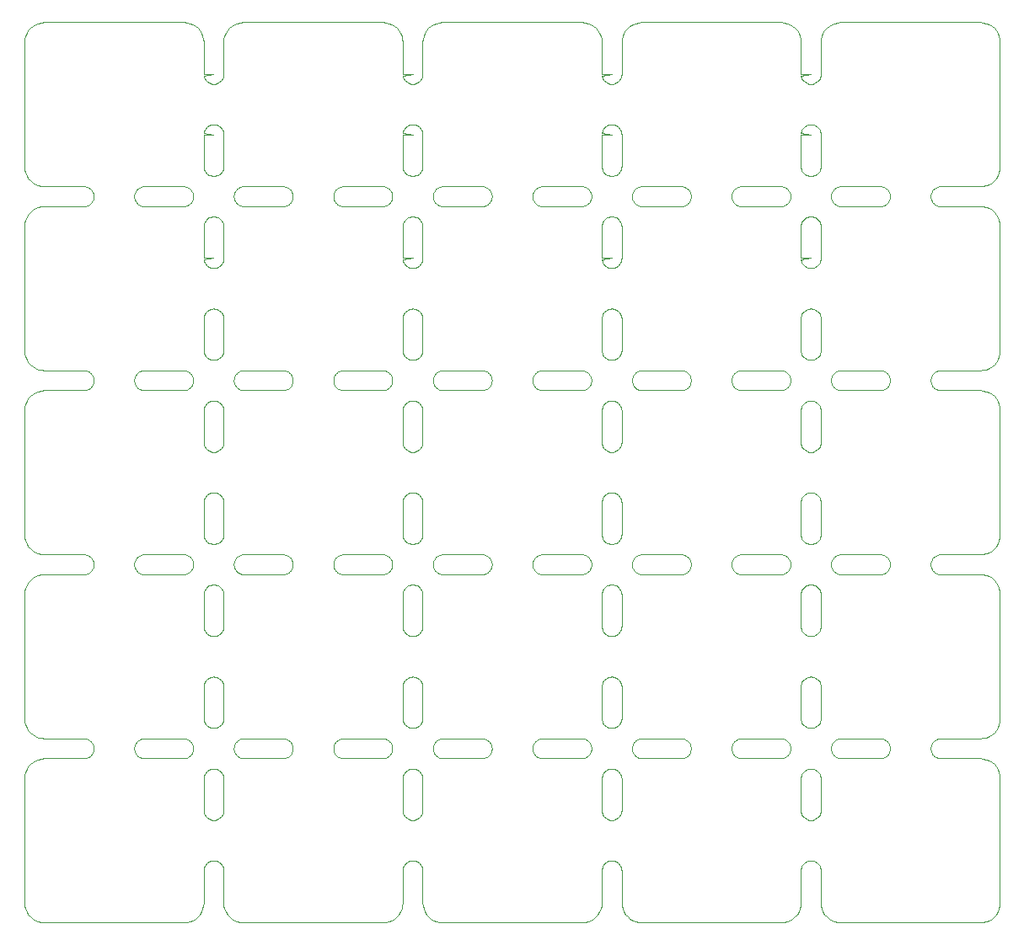
<source format=gko>
%MOIN*%
%OFA0B0*%
%FSLAX36Y36*%
%IPPOS*%
%LPD*%
%ADD10C,0*%
D10*
X003149606Y002390167D02*
X003149606Y002390167D01*
X003149606Y002265344D01*
X003149121Y002259185D01*
X003147679Y002253178D01*
X003145315Y002247470D01*
X003142087Y002242202D01*
X003138075Y002237505D01*
X003133377Y002233493D01*
X003128109Y002230265D01*
X003122402Y002227900D01*
X003116395Y002226458D01*
X003110236Y002225973D01*
X003104077Y002226458D01*
X003098070Y002227900D01*
X003092362Y002230265D01*
X003087095Y002233493D01*
X003082397Y002237505D01*
X003078385Y002242202D01*
X003075157Y002247470D01*
X003072793Y002253178D01*
X003071350Y002259185D01*
X003070866Y002265344D01*
X003070866Y002265344D01*
X003070866Y002390167D01*
X003071350Y002396326D01*
X003072793Y002402333D01*
X003075157Y002408041D01*
X003078385Y002413308D01*
X003082397Y002418006D01*
X003087095Y002422018D01*
X003092362Y002425246D01*
X003098070Y002427611D01*
X003104077Y002429053D01*
X003110236Y002429537D01*
X003116395Y002429053D01*
X003122402Y002427611D01*
X003128109Y002425246D01*
X003133377Y002422018D01*
X003138075Y002418006D01*
X003142087Y002413308D01*
X003145315Y002408041D01*
X003147679Y002402333D01*
X003149121Y002396326D01*
X003149606Y002390167D01*
X003149606Y002390167D01*
X002442509Y002185039D02*
X002442509Y002185039D01*
X002596860Y002185039D01*
X002599949Y002184918D01*
X002603019Y002184555D01*
X002606051Y002183952D01*
X002609026Y002183112D01*
X002611927Y002182042D01*
X002614734Y002180748D01*
X002617431Y002179238D01*
X002620001Y002177520D01*
X002622429Y002175606D01*
X002624699Y002173508D01*
X002626798Y002171238D01*
X002628711Y002168810D01*
X002630429Y002166240D01*
X002631939Y002163543D01*
X002633234Y002160736D01*
X002634303Y002157835D01*
X002635143Y002154860D01*
X002635746Y002151828D01*
X002636109Y002148758D01*
X002636230Y002145669D01*
X002636230Y002145669D01*
X002636109Y002142580D01*
X002635746Y002139510D01*
X002635143Y002136478D01*
X002634303Y002133503D01*
X002633234Y002130603D01*
X002631939Y002127795D01*
X002630429Y002125098D01*
X002628711Y002122528D01*
X002626798Y002120100D01*
X002624699Y002117830D01*
X002622429Y002115732D01*
X002620001Y002113818D01*
X002617431Y002112100D01*
X002614734Y002110590D01*
X002611927Y002109296D01*
X002609026Y002108226D01*
X002606051Y002107387D01*
X002603019Y002106783D01*
X002599949Y002106420D01*
X002596860Y002106299D01*
X002442509Y002106299D01*
X002440056Y002106375D01*
X002437613Y002106604D01*
X002435189Y002106985D01*
X002432793Y002107516D01*
X002430435Y002108196D01*
X002428124Y002109021D01*
X002425869Y002109988D01*
X002423678Y002111094D01*
X002421561Y002112334D01*
X002419525Y002113704D01*
X002417578Y002115198D01*
X002415728Y002116811D01*
X002413982Y002118535D01*
X002412347Y002120365D01*
X002410829Y002122293D01*
X002409435Y002124312D01*
X002408168Y002126414D01*
X002407036Y002128591D01*
X002406041Y002130834D01*
X002405187Y002133135D01*
X002405187Y002133135D01*
X002404169Y002136722D01*
X002403494Y002140389D01*
X002403170Y002144103D01*
X002403198Y002147832D01*
X002403579Y002151541D01*
X002404309Y002155197D01*
X002405382Y002158768D01*
X002406787Y002162222D01*
X002408513Y002165527D01*
X002410544Y002168653D01*
X002412862Y002171574D01*
X002415445Y002174262D01*
X002418271Y002176694D01*
X002421315Y002178848D01*
X002424549Y002180704D01*
X002427944Y002182246D01*
X002431469Y002183460D01*
X002435093Y002184335D01*
X002438784Y002184863D01*
X002442509Y002185039D01*
X003149606Y001661821D02*
X003149606Y001661821D01*
X003149606Y001536997D01*
X003149121Y001530838D01*
X003147679Y001524831D01*
X003145315Y001519123D01*
X003142087Y001513856D01*
X003138075Y001509158D01*
X003133377Y001505146D01*
X003128109Y001501918D01*
X003122402Y001499554D01*
X003116395Y001498112D01*
X003110236Y001497627D01*
X003104077Y001498112D01*
X003098070Y001499554D01*
X003092362Y001501918D01*
X003087095Y001505146D01*
X003082397Y001509158D01*
X003078385Y001513856D01*
X003075157Y001519123D01*
X003072793Y001524831D01*
X003071350Y001530838D01*
X003070866Y001536997D01*
X003070866Y001536997D01*
X003070866Y001661821D01*
X003071350Y001667980D01*
X003072793Y001673987D01*
X003075157Y001679695D01*
X003078385Y001684962D01*
X003082397Y001689660D01*
X003087095Y001693672D01*
X003092362Y001696900D01*
X003098070Y001699264D01*
X003104077Y001700706D01*
X003110236Y001701191D01*
X003116395Y001700706D01*
X003122402Y001699264D01*
X003128109Y001696900D01*
X003133377Y001693672D01*
X003138075Y001689660D01*
X003142087Y001684962D01*
X003145315Y001679695D01*
X003147679Y001673987D01*
X003149121Y001667980D01*
X003149606Y001661821D01*
X003149606Y001661821D01*
X002362204Y001661821D02*
X002362204Y001661821D01*
X002362204Y001536997D01*
X002361720Y001530838D01*
X002360277Y001524831D01*
X002357913Y001519123D01*
X002354685Y001513856D01*
X002350673Y001509158D01*
X002345975Y001505146D01*
X002340708Y001501918D01*
X002335000Y001499554D01*
X002328993Y001498112D01*
X002322834Y001497627D01*
X002316675Y001498112D01*
X002310668Y001499554D01*
X002304961Y001501918D01*
X002299693Y001505146D01*
X002294995Y001509158D01*
X002290983Y001513856D01*
X002287755Y001519123D01*
X002285391Y001524831D01*
X002283949Y001530838D01*
X002283464Y001536997D01*
X002283464Y001536997D01*
X002283464Y001661821D01*
X002283949Y001667980D01*
X002285391Y001673987D01*
X002287755Y001679695D01*
X002290983Y001684962D01*
X002294995Y001689660D01*
X002299693Y001693672D01*
X002304961Y001696900D01*
X002310668Y001699264D01*
X002316675Y001700706D01*
X002322834Y001701191D01*
X002328993Y001700706D01*
X002335000Y001699264D01*
X002340708Y001696900D01*
X002345975Y001693672D01*
X002350673Y001689660D01*
X002354685Y001684962D01*
X002357913Y001679695D01*
X002360277Y001673987D01*
X002361720Y001667980D01*
X002362204Y001661821D01*
X002362204Y001661821D01*
X001574803Y002390167D02*
X001574803Y002390167D01*
X001574803Y002265344D01*
X001574318Y002259185D01*
X001572876Y002253178D01*
X001570512Y002247470D01*
X001567284Y002242202D01*
X001563271Y002237505D01*
X001558574Y002233493D01*
X001553306Y002230265D01*
X001547599Y002227900D01*
X001541591Y002226458D01*
X001535433Y002225973D01*
X001529274Y002226458D01*
X001523267Y002227900D01*
X001517559Y002230265D01*
X001512291Y002233493D01*
X001507594Y002237505D01*
X001503582Y002242202D01*
X001500354Y002247470D01*
X001497989Y002253178D01*
X001496547Y002259185D01*
X001496063Y002265344D01*
X001496063Y002265344D01*
X001496063Y002390167D01*
X001496547Y002396326D01*
X001497989Y002402333D01*
X001500354Y002408041D01*
X001503582Y002413308D01*
X001507594Y002418006D01*
X001512291Y002422018D01*
X001517559Y002425246D01*
X001523267Y002427611D01*
X001529274Y002429053D01*
X001535433Y002429537D01*
X001541591Y002429053D01*
X001547599Y002427611D01*
X001553306Y002425246D01*
X001558574Y002422018D01*
X001563271Y002418006D01*
X001567284Y002413308D01*
X001570512Y002408041D01*
X001572876Y002402333D01*
X001574318Y002396326D01*
X001574803Y002390167D01*
X001574803Y002390167D01*
X001574803Y001661821D02*
X001574803Y001661821D01*
X001574803Y001536997D01*
X001574318Y001530838D01*
X001572876Y001524831D01*
X001570512Y001519123D01*
X001567284Y001513856D01*
X001563271Y001509158D01*
X001558574Y001505146D01*
X001553306Y001501918D01*
X001547599Y001499554D01*
X001541591Y001498112D01*
X001535433Y001497627D01*
X001529274Y001498112D01*
X001523267Y001499554D01*
X001517559Y001501918D01*
X001512291Y001505146D01*
X001507594Y001509158D01*
X001503582Y001513856D01*
X001500354Y001519123D01*
X001497989Y001524831D01*
X001496547Y001530838D01*
X001496063Y001536997D01*
X001496063Y001536997D01*
X001496063Y001661821D01*
X001496547Y001667980D01*
X001497989Y001673987D01*
X001500354Y001679695D01*
X001503582Y001684962D01*
X001507594Y001689660D01*
X001512291Y001693672D01*
X001517559Y001696900D01*
X001523267Y001699264D01*
X001529274Y001700706D01*
X001535433Y001701191D01*
X001541591Y001700706D01*
X001547599Y001699264D01*
X001553306Y001696900D01*
X001558574Y001693672D01*
X001563271Y001689660D01*
X001567284Y001684962D01*
X001570512Y001679695D01*
X001572876Y001673987D01*
X001574318Y001667980D01*
X001574803Y001661821D01*
X001574803Y001661821D01*
X003149606Y000933474D02*
X003149606Y000933474D01*
X003149606Y000808651D01*
X003149121Y000802492D01*
X003147679Y000796485D01*
X003145315Y000790777D01*
X003142087Y000785510D01*
X003138075Y000780812D01*
X003133377Y000776800D01*
X003128109Y000773572D01*
X003122402Y000771207D01*
X003116395Y000769765D01*
X003110236Y000769281D01*
X003104077Y000769765D01*
X003098070Y000771207D01*
X003092362Y000773572D01*
X003087095Y000776800D01*
X003082397Y000780812D01*
X003078385Y000785510D01*
X003075157Y000790777D01*
X003072793Y000796485D01*
X003071350Y000802492D01*
X003070866Y000808651D01*
X003070866Y000808651D01*
X003070866Y000933474D01*
X003071350Y000939633D01*
X003072793Y000945640D01*
X003075157Y000951348D01*
X003078385Y000956616D01*
X003082397Y000961313D01*
X003087095Y000965325D01*
X003092362Y000968553D01*
X003098070Y000970918D01*
X003104077Y000972360D01*
X003110236Y000972845D01*
X003116395Y000972360D01*
X003122402Y000970918D01*
X003128109Y000968553D01*
X003133377Y000965325D01*
X003138075Y000961313D01*
X003142087Y000956616D01*
X003145315Y000951348D01*
X003147679Y000945640D01*
X003149121Y000939633D01*
X003149606Y000933474D01*
X003149606Y000933474D01*
X003070866Y001172824D02*
X003070866Y001172824D01*
X003070866Y001297648D01*
X003070866Y001297648D01*
X003071350Y001303807D01*
X003072793Y001309814D01*
X003075157Y001315522D01*
X003078385Y001320789D01*
X003082397Y001325487D01*
X003087095Y001329499D01*
X003092362Y001332727D01*
X003098070Y001335091D01*
X003104077Y001336533D01*
X003110236Y001337018D01*
X003116395Y001336533D01*
X003122402Y001335091D01*
X003128109Y001332727D01*
X003133377Y001329499D01*
X003138075Y001325487D01*
X003142087Y001320789D01*
X003145315Y001315522D01*
X003147679Y001309814D01*
X003149121Y001303807D01*
X003149606Y001297648D01*
X003149606Y001172824D01*
X003149606Y001172824D01*
X003149121Y001166665D01*
X003147679Y001160658D01*
X003145315Y001154950D01*
X003142087Y001149683D01*
X003138075Y001144985D01*
X003133377Y001140973D01*
X003128109Y001137745D01*
X003122402Y001135381D01*
X003116395Y001133938D01*
X003110236Y001133454D01*
X003104077Y001133938D01*
X003098070Y001135381D01*
X003092362Y001137745D01*
X003087095Y001140973D01*
X003082397Y001144985D01*
X003078385Y001149683D01*
X003075157Y001154950D01*
X003072793Y001160658D01*
X003071350Y001166665D01*
X003070866Y001172824D01*
X002362204Y000933474D02*
X002362204Y000933474D01*
X002362204Y000808651D01*
X002361720Y000802492D01*
X002360277Y000796485D01*
X002357913Y000790777D01*
X002354685Y000785510D01*
X002350673Y000780812D01*
X002345975Y000776800D01*
X002340708Y000773572D01*
X002335000Y000771207D01*
X002328993Y000769765D01*
X002322834Y000769281D01*
X002316675Y000769765D01*
X002310668Y000771207D01*
X002304961Y000773572D01*
X002299693Y000776800D01*
X002294995Y000780812D01*
X002290983Y000785510D01*
X002287755Y000790777D01*
X002285391Y000796485D01*
X002283949Y000802492D01*
X002283464Y000808651D01*
X002283464Y000808651D01*
X002283464Y000933474D01*
X002283949Y000939633D01*
X002285391Y000945640D01*
X002287755Y000951348D01*
X002290983Y000956616D01*
X002294995Y000961313D01*
X002299693Y000965325D01*
X002304961Y000968553D01*
X002310668Y000970918D01*
X002316675Y000972360D01*
X002322834Y000972845D01*
X002328993Y000972360D01*
X002335000Y000970918D01*
X002340708Y000968553D01*
X002345975Y000965325D01*
X002350673Y000961313D01*
X002354685Y000956616D01*
X002357913Y000951348D01*
X002360277Y000945640D01*
X002361720Y000939633D01*
X002362204Y000933474D01*
X002362204Y000933474D01*
X002283464Y001172824D02*
X002283464Y001172824D01*
X002283464Y001297648D01*
X002283464Y001297648D01*
X002283949Y001303807D01*
X002285391Y001309814D01*
X002287755Y001315522D01*
X002290983Y001320789D01*
X002294995Y001325487D01*
X002299693Y001329499D01*
X002304961Y001332727D01*
X002310668Y001335091D01*
X002316675Y001336533D01*
X002322834Y001337018D01*
X002328993Y001336533D01*
X002335000Y001335091D01*
X002340708Y001332727D01*
X002345975Y001329499D01*
X002350673Y001325487D01*
X002354685Y001320789D01*
X002357913Y001315522D01*
X002360277Y001309814D01*
X002361720Y001303807D01*
X002362204Y001297648D01*
X002362204Y001172824D01*
X002362204Y001172824D01*
X002361720Y001166665D01*
X002360277Y001160658D01*
X002357913Y001154950D01*
X002354685Y001149683D01*
X002350673Y001144985D01*
X002345975Y001140973D01*
X002340708Y001137745D01*
X002335000Y001135381D01*
X002328993Y001133938D01*
X002322834Y001133454D01*
X002316675Y001133938D01*
X002310668Y001135381D01*
X002304961Y001137745D01*
X002299693Y001140973D01*
X002294995Y001144985D01*
X002290983Y001149683D01*
X002287755Y001154950D01*
X002285391Y001160658D01*
X002283949Y001166665D01*
X002283464Y001172824D01*
X001574803Y000933474D02*
X001574803Y000933474D01*
X001574803Y000808651D01*
X001574318Y000802492D01*
X001572876Y000796485D01*
X001570512Y000790777D01*
X001567284Y000785510D01*
X001563271Y000780812D01*
X001558574Y000776800D01*
X001553306Y000773572D01*
X001547599Y000771207D01*
X001541591Y000769765D01*
X001535433Y000769281D01*
X001529274Y000769765D01*
X001523267Y000771207D01*
X001517559Y000773572D01*
X001512291Y000776800D01*
X001507594Y000780812D01*
X001503582Y000785510D01*
X001500354Y000790777D01*
X001497989Y000796485D01*
X001496547Y000802492D01*
X001496063Y000808651D01*
X001496063Y000808651D01*
X001496063Y000933474D01*
X001496547Y000939633D01*
X001497989Y000945640D01*
X001500354Y000951348D01*
X001503582Y000956616D01*
X001507594Y000961313D01*
X001512291Y000965325D01*
X001517559Y000968553D01*
X001523267Y000970918D01*
X001529274Y000972360D01*
X001535433Y000972845D01*
X001541591Y000972360D01*
X001547599Y000970918D01*
X001553306Y000968553D01*
X001558574Y000965325D01*
X001563271Y000961313D01*
X001567284Y000956616D01*
X001570512Y000951348D01*
X001572876Y000945640D01*
X001574318Y000939633D01*
X001574803Y000933474D01*
X001574803Y000933474D01*
X001496063Y001172824D02*
X001496063Y001172824D01*
X001496063Y001297648D01*
X001496063Y001297648D01*
X001496547Y001303807D01*
X001497989Y001309814D01*
X001500354Y001315522D01*
X001503582Y001320789D01*
X001507594Y001325487D01*
X001512291Y001329499D01*
X001517559Y001332727D01*
X001523267Y001335091D01*
X001529274Y001336533D01*
X001535433Y001337018D01*
X001541591Y001336533D01*
X001547599Y001335091D01*
X001553306Y001332727D01*
X001558574Y001329499D01*
X001563271Y001325487D01*
X001567284Y001320789D01*
X001570512Y001315522D01*
X001572876Y001309814D01*
X001574318Y001303807D01*
X001574803Y001297648D01*
X001574803Y001172824D01*
X001574803Y001172824D01*
X001574318Y001166665D01*
X001572876Y001160658D01*
X001570512Y001154950D01*
X001567284Y001149683D01*
X001563271Y001144985D01*
X001558574Y001140973D01*
X001553306Y001137745D01*
X001547599Y001135381D01*
X001541591Y001133938D01*
X001535433Y001133454D01*
X001529274Y001133938D01*
X001523267Y001135381D01*
X001517559Y001137745D01*
X001512291Y001140973D01*
X001507594Y001144985D01*
X001503582Y001149683D01*
X001500354Y001154950D01*
X001497989Y001160658D01*
X001496547Y001166665D01*
X001496063Y001172824D01*
X000787401Y002390167D02*
X000787401Y002390167D01*
X000787401Y002265344D01*
X000786916Y002259185D01*
X000785474Y002253178D01*
X000783110Y002247470D01*
X000779882Y002242202D01*
X000775870Y002237505D01*
X000771172Y002233493D01*
X000765905Y002230265D01*
X000760197Y002227900D01*
X000754190Y002226458D01*
X000748031Y002225973D01*
X000741872Y002226458D01*
X000735865Y002227900D01*
X000730157Y002230265D01*
X000724890Y002233493D01*
X000720192Y002237505D01*
X000716180Y002242202D01*
X000712952Y002247470D01*
X000710588Y002253178D01*
X000709146Y002259185D01*
X000708661Y002265344D01*
X000708661Y002265344D01*
X000708661Y002390167D01*
X000709146Y002396326D01*
X000710588Y002402333D01*
X000712952Y002408041D01*
X000716180Y002413308D01*
X000720192Y002418006D01*
X000724890Y002422018D01*
X000730157Y002425246D01*
X000735865Y002427611D01*
X000741872Y002429053D01*
X000748031Y002429537D01*
X000754190Y002429053D01*
X000760197Y002427611D01*
X000765905Y002425246D01*
X000771172Y002422018D01*
X000775870Y002418006D01*
X000779882Y002413308D01*
X000783110Y002408041D01*
X000785474Y002402333D01*
X000786916Y002396326D01*
X000787401Y002390167D01*
X000787401Y002390167D01*
X000787401Y001661821D02*
X000787401Y001661821D01*
X000787401Y001536997D01*
X000786916Y001530838D01*
X000785474Y001524831D01*
X000783110Y001519123D01*
X000779882Y001513856D01*
X000775870Y001509158D01*
X000771172Y001505146D01*
X000765905Y001501918D01*
X000760197Y001499554D01*
X000754190Y001498112D01*
X000748031Y001497627D01*
X000741872Y001498112D01*
X000735865Y001499554D01*
X000730157Y001501918D01*
X000724890Y001505146D01*
X000720192Y001509158D01*
X000716180Y001513856D01*
X000712952Y001519123D01*
X000710588Y001524831D01*
X000709146Y001530838D01*
X000708661Y001536997D01*
X000708661Y001536997D01*
X000708661Y001661821D01*
X000709146Y001667980D01*
X000710588Y001673987D01*
X000712952Y001679695D01*
X000716180Y001684962D01*
X000720192Y001689660D01*
X000724890Y001693672D01*
X000730157Y001696900D01*
X000735865Y001699264D01*
X000741872Y001700706D01*
X000748031Y001701191D01*
X000754190Y001700706D01*
X000760197Y001699264D01*
X000765905Y001696900D01*
X000771172Y001693672D01*
X000775870Y001689660D01*
X000779882Y001684962D01*
X000783110Y001679695D01*
X000785474Y001673987D01*
X000786916Y001667980D01*
X000787401Y001661821D01*
X000787401Y001661821D01*
X000787401Y000933474D02*
X000787401Y000933474D01*
X000787401Y000808651D01*
X000786916Y000802492D01*
X000785474Y000796485D01*
X000783110Y000790777D01*
X000779882Y000785510D01*
X000775870Y000780812D01*
X000771172Y000776800D01*
X000765905Y000773572D01*
X000760197Y000771207D01*
X000754190Y000769765D01*
X000748031Y000769281D01*
X000741872Y000769765D01*
X000735865Y000771207D01*
X000730157Y000773572D01*
X000724890Y000776800D01*
X000720192Y000780812D01*
X000716180Y000785510D01*
X000712952Y000790777D01*
X000710588Y000796485D01*
X000709146Y000802492D01*
X000708661Y000808651D01*
X000708661Y000808651D01*
X000708661Y000933474D01*
X000709146Y000939633D01*
X000710588Y000945640D01*
X000712952Y000951348D01*
X000716180Y000956616D01*
X000720192Y000961313D01*
X000724890Y000965325D01*
X000730157Y000968553D01*
X000735865Y000970918D01*
X000741872Y000972360D01*
X000748031Y000972845D01*
X000754190Y000972360D01*
X000760197Y000970918D01*
X000765905Y000968553D01*
X000771172Y000965325D01*
X000775870Y000961313D01*
X000779882Y000956616D01*
X000783110Y000951348D01*
X000785474Y000945640D01*
X000786916Y000939633D01*
X000787401Y000933474D01*
X000787401Y000933474D01*
X000708661Y001172824D02*
X000708661Y001172824D01*
X000708661Y001297648D01*
X000708661Y001297648D01*
X000709146Y001303807D01*
X000710588Y001309814D01*
X000712952Y001315521D01*
X000716180Y001320789D01*
X000720192Y001325487D01*
X000724890Y001329499D01*
X000730157Y001332727D01*
X000735865Y001335091D01*
X000741872Y001336533D01*
X000748031Y001337018D01*
X000754190Y001336533D01*
X000760197Y001335091D01*
X000765905Y001332727D01*
X000771172Y001329499D01*
X000775870Y001325487D01*
X000779882Y001320789D01*
X000783110Y001315521D01*
X000785474Y001309814D01*
X000786916Y001303807D01*
X000787401Y001297648D01*
X000787401Y001172824D01*
X000787401Y001172824D01*
X000786916Y001166665D01*
X000785474Y001160658D01*
X000783110Y001154950D01*
X000779882Y001149683D01*
X000775870Y001144985D01*
X000771172Y001140973D01*
X000765905Y001137745D01*
X000760197Y001135381D01*
X000754190Y001133938D01*
X000748031Y001133454D01*
X000741872Y001133938D01*
X000735865Y001135381D01*
X000730157Y001137745D01*
X000724890Y001140973D01*
X000720192Y001144985D01*
X000716180Y001149683D01*
X000712952Y001154950D01*
X000710588Y001160658D01*
X000709146Y001166665D01*
X000708661Y001172824D01*
X001496063Y000444477D02*
X001496063Y000444477D01*
X001496063Y000569301D01*
X001496063Y000569301D01*
X001496547Y000575460D01*
X001497989Y000581467D01*
X001500354Y000587175D01*
X001503582Y000592443D01*
X001507594Y000597140D01*
X001512291Y000601153D01*
X001517559Y000604380D01*
X001523267Y000606745D01*
X001529274Y000608187D01*
X001535433Y000608672D01*
X001541591Y000608187D01*
X001547599Y000606745D01*
X001553306Y000604380D01*
X001558574Y000601153D01*
X001563271Y000597140D01*
X001567284Y000592443D01*
X001570512Y000587175D01*
X001572876Y000581467D01*
X001574318Y000575460D01*
X001574803Y000569301D01*
X001574803Y000444477D01*
X001574803Y000444477D01*
X001574318Y000438318D01*
X001572876Y000432311D01*
X001570512Y000426604D01*
X001567284Y000421336D01*
X001563271Y000416638D01*
X001558574Y000412626D01*
X001553306Y000409398D01*
X001547599Y000407034D01*
X001541591Y000405592D01*
X001535433Y000405107D01*
X001529274Y000405592D01*
X001523267Y000407034D01*
X001517559Y000409398D01*
X001512291Y000412626D01*
X001507594Y000416638D01*
X001503582Y000421336D01*
X001500354Y000426604D01*
X001497989Y000432311D01*
X001496547Y000438318D01*
X001496063Y000444477D01*
X000474005Y000728346D02*
X000474005Y000728346D01*
X000628356Y000728346D01*
X000631624Y000728211D01*
X000634870Y000727804D01*
X000638070Y000727129D01*
X000641204Y000726191D01*
X000644249Y000724996D01*
X000647184Y000723553D01*
X000649989Y000721870D01*
X000652645Y000719961D01*
X000655133Y000717838D01*
X000657437Y000715516D01*
X000659539Y000713010D01*
X000661427Y000710339D01*
X000663086Y000707520D01*
X000664505Y000704573D01*
X000665675Y000701518D01*
X000666587Y000698377D01*
X000667236Y000695171D01*
X000667616Y000691922D01*
X000667725Y000688653D01*
X000667562Y000685386D01*
X000667562Y000685386D01*
X000667190Y000682498D01*
X000666605Y000679646D01*
X000665811Y000676845D01*
X000664812Y000674110D01*
X000663613Y000671456D01*
X000662222Y000668898D01*
X000660645Y000666450D01*
X000658892Y000664125D01*
X000656972Y000661936D01*
X000654895Y000659896D01*
X000652674Y000658014D01*
X000650319Y000656301D01*
X000647844Y000654767D01*
X000645262Y000653421D01*
X000642588Y000652268D01*
X000639836Y000651317D01*
X000637022Y000650571D01*
X000634160Y000650036D01*
X000631266Y000649713D01*
X000628356Y000649606D01*
X000474005Y000649606D01*
X000470916Y000649727D01*
X000467846Y000650091D01*
X000464814Y000650694D01*
X000461839Y000651533D01*
X000458939Y000652603D01*
X000456131Y000653897D01*
X000453434Y000655407D01*
X000450864Y000657125D01*
X000448436Y000659039D01*
X000446166Y000661137D01*
X000444068Y000663407D01*
X000442154Y000665835D01*
X000440436Y000668405D01*
X000438926Y000671102D01*
X000437632Y000673910D01*
X000436562Y000676810D01*
X000435723Y000679785D01*
X000435119Y000682817D01*
X000434756Y000685887D01*
X000434635Y000688976D01*
X000434635Y000688976D01*
X000434756Y000692065D01*
X000435119Y000695135D01*
X000435723Y000698167D01*
X000436562Y000701142D01*
X000437632Y000704043D01*
X000438926Y000706850D01*
X000440436Y000709547D01*
X000442154Y000712117D01*
X000444068Y000714545D01*
X000446166Y000716815D01*
X000448436Y000718914D01*
X000450864Y000720827D01*
X000453434Y000722545D01*
X000456131Y000724055D01*
X000458939Y000725350D01*
X000461839Y000726420D01*
X000464814Y000727259D01*
X000467846Y000727862D01*
X000470916Y000728225D01*
X000474005Y000728346D01*
X003229910Y002106299D02*
X003229910Y002106299D01*
X003227000Y002106406D01*
X003224107Y002106729D01*
X003221245Y002107264D01*
X003218430Y002108010D01*
X003215678Y002108961D01*
X003213004Y002110113D01*
X003210422Y002111460D01*
X003207948Y002112994D01*
X003205593Y002114707D01*
X003203371Y002116588D01*
X003201294Y002118629D01*
X003199374Y002120818D01*
X003197621Y002123143D01*
X003196044Y002125591D01*
X003194653Y002128149D01*
X003193455Y002130803D01*
X003192456Y002133537D01*
X003191662Y002136339D01*
X003191077Y002139191D01*
X003190704Y002142079D01*
X003190704Y002142079D01*
X003190541Y002145346D01*
X003190650Y002148615D01*
X003191030Y002151864D01*
X003191679Y002155070D01*
X003192591Y002158211D01*
X003193761Y002161266D01*
X003195181Y002164213D01*
X003196840Y002167032D01*
X003198727Y002169703D01*
X003200830Y002172209D01*
X003203133Y002174531D01*
X003205621Y002176654D01*
X003208277Y002178563D01*
X003211082Y002180246D01*
X003214018Y002181689D01*
X003217062Y002182884D01*
X003220196Y002183822D01*
X003223396Y002184497D01*
X003226642Y002184903D01*
X003229910Y002185039D01*
X003384262Y002185039D01*
X003387351Y002184918D01*
X003390421Y002184555D01*
X003393453Y002183952D01*
X003396428Y002183112D01*
X003399328Y002182042D01*
X003402136Y002180748D01*
X003404833Y002179238D01*
X003407403Y002177520D01*
X003409831Y002175606D01*
X003412101Y002173508D01*
X003414199Y002171238D01*
X003416113Y002168810D01*
X003417830Y002166240D01*
X003419341Y002163543D01*
X003420635Y002160736D01*
X003421705Y002157835D01*
X003422544Y002154860D01*
X003423147Y002151828D01*
X003423511Y002148758D01*
X003423632Y002145669D01*
X003423632Y002145669D01*
X003423511Y002142580D01*
X003423147Y002139510D01*
X003422544Y002136478D01*
X003421705Y002133503D01*
X003420635Y002130603D01*
X003419341Y002127795D01*
X003417830Y002125098D01*
X003416113Y002122528D01*
X003414199Y002120100D01*
X003412101Y002117830D01*
X003409831Y002115732D01*
X003407403Y002113818D01*
X003404833Y002112100D01*
X003402136Y002110590D01*
X003399328Y002109296D01*
X003396428Y002108226D01*
X003393453Y002107387D01*
X003390421Y002106783D01*
X003387351Y002106420D01*
X003384262Y002106299D01*
X003229910Y002106299D01*
X002990561Y002185039D02*
X002990561Y002185039D01*
X002993829Y002184903D01*
X002997075Y002184497D01*
X003000275Y002183822D01*
X003003409Y002182884D01*
X003006454Y002181689D01*
X003009389Y002180246D01*
X003012194Y002178563D01*
X003014850Y002176654D01*
X003017338Y002174531D01*
X003019641Y002172209D01*
X003021744Y002169703D01*
X003023631Y002167032D01*
X003025291Y002164213D01*
X003026710Y002161266D01*
X003027880Y002158211D01*
X003028792Y002155070D01*
X003029441Y002151864D01*
X003029821Y002148615D01*
X003029930Y002145346D01*
X003029767Y002142079D01*
X003029767Y002142079D01*
X003029394Y002139191D01*
X003028809Y002136339D01*
X003028015Y002133537D01*
X003027016Y002130803D01*
X003025818Y002128149D01*
X003024427Y002125591D01*
X003022850Y002123143D01*
X003021097Y002120818D01*
X003019177Y002118629D01*
X003017100Y002116588D01*
X003014878Y002114707D01*
X003012524Y002112994D01*
X003010049Y002111460D01*
X003007467Y002110113D01*
X003004793Y002108961D01*
X003002041Y002108010D01*
X002999226Y002107264D01*
X002996364Y002106729D01*
X002993471Y002106406D01*
X002990561Y002106299D01*
X002836210Y002106299D01*
X002833121Y002106420D01*
X002830051Y002106783D01*
X002827019Y002107387D01*
X002824044Y002108226D01*
X002821143Y002109296D01*
X002818336Y002110590D01*
X002815639Y002112100D01*
X002813068Y002113818D01*
X002810641Y002115732D01*
X002808371Y002117830D01*
X002806272Y002120100D01*
X002804358Y002122528D01*
X002802641Y002125098D01*
X002801131Y002127795D01*
X002799836Y002130603D01*
X002798766Y002133503D01*
X002797927Y002136478D01*
X002797324Y002139510D01*
X002796961Y002142580D01*
X002796839Y002145669D01*
X002796839Y002145669D01*
X002796961Y002148758D01*
X002797324Y002151828D01*
X002797927Y002154860D01*
X002798766Y002157835D01*
X002799836Y002160736D01*
X002801131Y002163543D01*
X002802641Y002166240D01*
X002804358Y002168810D01*
X002806272Y002171238D01*
X002808371Y002173508D01*
X002810641Y002175606D01*
X002813068Y002177520D01*
X002815639Y002179238D01*
X002818336Y002180748D01*
X002821143Y002182042D01*
X002824044Y002183112D01*
X002827019Y002183952D01*
X002830051Y002184555D01*
X002833121Y002184918D01*
X002836210Y002185039D01*
X002990561Y002185039D01*
X003229910Y002834645D02*
X003229910Y002834645D01*
X003227000Y002834753D01*
X003224107Y002835075D01*
X003221245Y002835611D01*
X003218430Y002836356D01*
X003215678Y002837308D01*
X003213004Y002838460D01*
X003210422Y002839807D01*
X003207948Y002841340D01*
X003205593Y002843053D01*
X003203371Y002844935D01*
X003201294Y002846976D01*
X003199374Y002849165D01*
X003197621Y002851490D01*
X003196044Y002853938D01*
X003194653Y002856495D01*
X003193455Y002859149D01*
X003192456Y002861884D01*
X003191662Y002864685D01*
X003191077Y002867538D01*
X003190704Y002870425D01*
X003190704Y002870426D01*
X003190541Y002873693D01*
X003190650Y002876962D01*
X003191030Y002880211D01*
X003191679Y002883417D01*
X003192591Y002886558D01*
X003193761Y002889612D01*
X003195181Y002892559D01*
X003196840Y002895378D01*
X003198727Y002898049D01*
X003200830Y002900555D01*
X003203133Y002902877D01*
X003205621Y002905001D01*
X003208277Y002906910D01*
X003211082Y002908592D01*
X003214018Y002910036D01*
X003217062Y002911230D01*
X003220196Y002912169D01*
X003223396Y002912843D01*
X003226642Y002913250D01*
X003229910Y002913386D01*
X003384262Y002913386D01*
X003387351Y002913264D01*
X003390421Y002912901D01*
X003393453Y002912298D01*
X003396428Y002911459D01*
X003399328Y002910389D01*
X003402136Y002909095D01*
X003404833Y002907584D01*
X003407403Y002905867D01*
X003409831Y002903953D01*
X003412101Y002901855D01*
X003414199Y002899585D01*
X003416113Y002897157D01*
X003417830Y002894587D01*
X003419341Y002891889D01*
X003420635Y002889082D01*
X003421705Y002886182D01*
X003422544Y002883206D01*
X003423147Y002880175D01*
X003423511Y002877105D01*
X003423632Y002874016D01*
X003423632Y002874015D01*
X003423511Y002870926D01*
X003423147Y002867856D01*
X003422544Y002864824D01*
X003421705Y002861849D01*
X003420635Y002858949D01*
X003419341Y002856142D01*
X003417830Y002853444D01*
X003416113Y002850874D01*
X003414199Y002848446D01*
X003412101Y002846176D01*
X003409831Y002844078D01*
X003407403Y002842164D01*
X003404833Y002840447D01*
X003402136Y002838936D01*
X003399328Y002837642D01*
X003396428Y002836572D01*
X003393453Y002835733D01*
X003390421Y002835130D01*
X003387351Y002834767D01*
X003384262Y002834645D01*
X003229910Y002834645D01*
X003070866Y002754341D02*
X003070866Y002754341D01*
X003070866Y002754341D01*
X003071350Y002760500D01*
X003072793Y002766507D01*
X003075157Y002772214D01*
X003078385Y002777482D01*
X003082397Y002782180D01*
X003087095Y002786192D01*
X003092362Y002789420D01*
X003098070Y002791784D01*
X003104077Y002793226D01*
X003110236Y002793711D01*
X003116395Y002793226D01*
X003122402Y002791784D01*
X003128109Y002789420D01*
X003133377Y002786192D01*
X003138075Y002782180D01*
X003142087Y002777482D01*
X003145315Y002772214D01*
X003147679Y002766507D01*
X003149121Y002760500D01*
X003149606Y002754341D01*
X003149606Y002629517D01*
X003149121Y002623358D01*
X003147679Y002617351D01*
X003145315Y002611643D01*
X003142087Y002606376D01*
X003138075Y002601678D01*
X003133377Y002597666D01*
X003128109Y002594438D01*
X003122402Y002592074D01*
X003116395Y002590631D01*
X003110236Y002590147D01*
X003104077Y002590631D01*
X003098070Y002592074D01*
X003092362Y002594438D01*
X003087095Y002597666D01*
X003082397Y002601678D01*
X003078385Y002606376D01*
X003075157Y002611643D01*
X003072793Y002617351D01*
X003071350Y002623358D01*
X003110236Y002629517D01*
X003070866Y002629517D01*
X003070866Y002754341D01*
X002990561Y002913386D02*
X002990561Y002913386D01*
X002993829Y002913250D01*
X002997075Y002912843D01*
X003000275Y002912169D01*
X003003409Y002911230D01*
X003006454Y002910036D01*
X003009389Y002908592D01*
X003012194Y002906910D01*
X003014850Y002905001D01*
X003017338Y002902877D01*
X003019641Y002900555D01*
X003021744Y002898049D01*
X003023631Y002895378D01*
X003025291Y002892559D01*
X003026710Y002889612D01*
X003027880Y002886558D01*
X003028792Y002883417D01*
X003029441Y002880211D01*
X003029821Y002876962D01*
X003029930Y002873693D01*
X003029767Y002870426D01*
X003029767Y002870425D01*
X003029394Y002867538D01*
X003028809Y002864685D01*
X003028015Y002861884D01*
X003027016Y002859149D01*
X003025818Y002856495D01*
X003024427Y002853938D01*
X003022850Y002851490D01*
X003021097Y002849165D01*
X003019177Y002846976D01*
X003017100Y002844935D01*
X003014878Y002843053D01*
X003012524Y002841340D01*
X003010049Y002839807D01*
X003007467Y002838460D01*
X003004793Y002837308D01*
X003002041Y002836356D01*
X002999226Y002835611D01*
X002996364Y002835075D01*
X002993471Y002834753D01*
X002990561Y002834645D01*
X002836210Y002834645D01*
X002833121Y002834767D01*
X002830051Y002835130D01*
X002827019Y002835733D01*
X002824044Y002836572D01*
X002821143Y002837642D01*
X002818336Y002838936D01*
X002815639Y002840447D01*
X002813068Y002842164D01*
X002810641Y002844078D01*
X002808371Y002846176D01*
X002806272Y002848446D01*
X002804358Y002850874D01*
X002802641Y002853444D01*
X002801131Y002856142D01*
X002799836Y002858949D01*
X002798766Y002861849D01*
X002797927Y002864824D01*
X002797324Y002867856D01*
X002796961Y002870926D01*
X002796839Y002874015D01*
X002796839Y002874016D01*
X002796961Y002877105D01*
X002797324Y002880175D01*
X002797927Y002883206D01*
X002798766Y002886182D01*
X002799836Y002889082D01*
X002801131Y002891889D01*
X002802641Y002894587D01*
X002804358Y002897157D01*
X002806272Y002899585D01*
X002808371Y002901855D01*
X002810641Y002903953D01*
X002813068Y002905867D01*
X002815639Y002907584D01*
X002818336Y002909095D01*
X002821143Y002910389D01*
X002824044Y002911459D01*
X002827019Y002912298D01*
X002830051Y002912901D01*
X002833121Y002913264D01*
X002836210Y002913386D01*
X002990561Y002913386D01*
X003149606Y002993690D02*
X003149606Y002993690D01*
X003149121Y002987531D01*
X003147679Y002981524D01*
X003145315Y002975816D01*
X003142087Y002970549D01*
X003138075Y002965851D01*
X003133377Y002961839D01*
X003128109Y002958611D01*
X003122402Y002956247D01*
X003116395Y002954805D01*
X003110236Y002954320D01*
X003104077Y002954805D01*
X003098070Y002956247D01*
X003092362Y002958611D01*
X003087095Y002961839D01*
X003082397Y002965851D01*
X003078385Y002970549D01*
X003075157Y002975816D01*
X003072793Y002981524D01*
X003071350Y002987531D01*
X003070866Y002993690D01*
X003070866Y002993690D01*
X003070866Y003118514D01*
X003110236Y003118514D01*
X003071350Y003124673D01*
X003072793Y003130680D01*
X003075157Y003136387D01*
X003078385Y003141655D01*
X003082397Y003146353D01*
X003087095Y003150365D01*
X003092362Y003153593D01*
X003098070Y003155957D01*
X003104077Y003157399D01*
X003110236Y003157884D01*
X003116395Y003157399D01*
X003122402Y003155957D01*
X003128109Y003153593D01*
X003133377Y003150365D01*
X003138075Y003146353D01*
X003142087Y003141655D01*
X003145315Y003136387D01*
X003147679Y003130680D01*
X003149121Y003124673D01*
X003149606Y003118514D01*
X003149606Y002993690D01*
X002442509Y002834645D02*
X002442509Y002834645D01*
X002439599Y002834753D01*
X002436705Y002835075D01*
X002433843Y002835611D01*
X002431028Y002836356D01*
X002428276Y002837308D01*
X002425602Y002838460D01*
X002423021Y002839807D01*
X002420546Y002841340D01*
X002418191Y002843053D01*
X002415969Y002844935D01*
X002413893Y002846976D01*
X002411972Y002849165D01*
X002410219Y002851490D01*
X002408643Y002853938D01*
X002407252Y002856495D01*
X002406053Y002859149D01*
X002405054Y002861884D01*
X002404260Y002864685D01*
X002403675Y002867538D01*
X002403303Y002870425D01*
X002403302Y002870426D01*
X002403140Y002873693D01*
X002403249Y002876962D01*
X002403629Y002880211D01*
X002404277Y002883417D01*
X002405190Y002886558D01*
X002406360Y002889612D01*
X002407779Y002892559D01*
X002409438Y002895378D01*
X002411326Y002898049D01*
X002413428Y002900555D01*
X002415732Y002902877D01*
X002418220Y002905001D01*
X002420876Y002906910D01*
X002423681Y002908592D01*
X002426616Y002910036D01*
X002429661Y002911230D01*
X002432794Y002912169D01*
X002435995Y002912843D01*
X002439240Y002913250D01*
X002442509Y002913386D01*
X002596860Y002913386D01*
X002599949Y002913264D01*
X002603019Y002912901D01*
X002606051Y002912298D01*
X002609026Y002911459D01*
X002611927Y002910389D01*
X002614734Y002909095D01*
X002617431Y002907584D01*
X002620001Y002905867D01*
X002622429Y002903953D01*
X002624699Y002901855D01*
X002626798Y002899585D01*
X002628711Y002897157D01*
X002630429Y002894587D01*
X002631939Y002891889D01*
X002633234Y002889082D01*
X002634303Y002886182D01*
X002635143Y002883206D01*
X002635746Y002880175D01*
X002636109Y002877105D01*
X002636230Y002874016D01*
X002636230Y002874015D01*
X002636109Y002870926D01*
X002635746Y002867856D01*
X002635143Y002864824D01*
X002634303Y002861849D01*
X002633234Y002858949D01*
X002631939Y002856142D01*
X002630429Y002853444D01*
X002628711Y002850874D01*
X002626798Y002848446D01*
X002624699Y002846176D01*
X002622429Y002844078D01*
X002620001Y002842164D01*
X002617431Y002840447D01*
X002614734Y002838936D01*
X002611927Y002837642D01*
X002609026Y002836572D01*
X002606051Y002835733D01*
X002603019Y002835130D01*
X002599949Y002834767D01*
X002596860Y002834645D01*
X002442509Y002834645D01*
X002283464Y002754341D02*
X002283464Y002754341D01*
X002283464Y002754341D01*
X002283949Y002760500D01*
X002285391Y002766507D01*
X002287755Y002772214D01*
X002290983Y002777482D01*
X002294995Y002782180D01*
X002299693Y002786192D01*
X002304961Y002789420D01*
X002310668Y002791784D01*
X002316675Y002793226D01*
X002322834Y002793711D01*
X002328993Y002793226D01*
X002335000Y002791784D01*
X002340708Y002789420D01*
X002345975Y002786192D01*
X002350673Y002782180D01*
X002354685Y002777482D01*
X002357913Y002772214D01*
X002360277Y002766507D01*
X002361720Y002760500D01*
X002362204Y002754341D01*
X002362204Y002629517D01*
X002361720Y002623358D01*
X002360277Y002617351D01*
X002357913Y002611643D01*
X002354685Y002606376D01*
X002350673Y002601678D01*
X002345975Y002597666D01*
X002340708Y002594438D01*
X002335000Y002592074D01*
X002328993Y002590631D01*
X002322834Y002590147D01*
X002316675Y002590631D01*
X002310668Y002592074D01*
X002304961Y002594438D01*
X002299693Y002597666D01*
X002294995Y002601678D01*
X002290983Y002606376D01*
X002287755Y002611643D01*
X002285391Y002617351D01*
X002283949Y002623358D01*
X002322834Y002629517D01*
X002283464Y002629517D01*
X002283464Y002754341D01*
X002203159Y002913386D02*
X002203159Y002913386D01*
X002206427Y002913250D01*
X002209673Y002912843D01*
X002212874Y002912169D01*
X002216007Y002911230D01*
X002219052Y002910036D01*
X002221987Y002908592D01*
X002224792Y002906910D01*
X002227448Y002905001D01*
X002229936Y002902877D01*
X002232240Y002900555D01*
X002234342Y002898049D01*
X002236230Y002895378D01*
X002237889Y002892559D01*
X002239308Y002889612D01*
X002240478Y002886558D01*
X002241391Y002883417D01*
X002242039Y002880211D01*
X002242419Y002876962D01*
X002242528Y002873693D01*
X002242365Y002870426D01*
X002242365Y002870425D01*
X002241993Y002867538D01*
X002241408Y002864685D01*
X002240614Y002861884D01*
X002239615Y002859149D01*
X002238416Y002856495D01*
X002237025Y002853938D01*
X002235449Y002851490D01*
X002233695Y002849165D01*
X002231775Y002846976D01*
X002229699Y002844935D01*
X002227477Y002843053D01*
X002225122Y002841340D01*
X002222647Y002839807D01*
X002220065Y002838460D01*
X002217391Y002837308D01*
X002214640Y002836356D01*
X002211825Y002835611D01*
X002208963Y002835075D01*
X002206069Y002834753D01*
X002203159Y002834645D01*
X002048808Y002834645D01*
X002045719Y002834767D01*
X002042649Y002835130D01*
X002039617Y002835733D01*
X002036642Y002836572D01*
X002033742Y002837642D01*
X002030934Y002838936D01*
X002028237Y002840447D01*
X002025667Y002842164D01*
X002023239Y002844078D01*
X002020969Y002846176D01*
X002018871Y002848446D01*
X002016957Y002850874D01*
X002015239Y002853444D01*
X002013729Y002856142D01*
X002012435Y002858949D01*
X002011365Y002861849D01*
X002010526Y002864824D01*
X002009923Y002867856D01*
X002009559Y002870926D01*
X002009438Y002874015D01*
X002009438Y002874016D01*
X002009559Y002877105D01*
X002009923Y002880175D01*
X002010526Y002883206D01*
X002011365Y002886182D01*
X002012435Y002889082D01*
X002013729Y002891889D01*
X002015239Y002894587D01*
X002016957Y002897157D01*
X002018871Y002899585D01*
X002020969Y002901855D01*
X002023239Y002903953D01*
X002025667Y002905867D01*
X002028237Y002907584D01*
X002030934Y002909095D01*
X002033742Y002910389D01*
X002036642Y002911459D01*
X002039617Y002912298D01*
X002042649Y002912901D01*
X002045719Y002913264D01*
X002048808Y002913386D01*
X002203159Y002913386D01*
X002362204Y002993690D02*
X002362204Y002993690D01*
X002361720Y002987531D01*
X002360277Y002981524D01*
X002357913Y002975816D01*
X002354685Y002970549D01*
X002350673Y002965851D01*
X002345975Y002961839D01*
X002340708Y002958611D01*
X002335000Y002956247D01*
X002328993Y002954805D01*
X002322834Y002954320D01*
X002316675Y002954805D01*
X002310668Y002956247D01*
X002304961Y002958611D01*
X002299693Y002961839D01*
X002294995Y002965851D01*
X002290983Y002970549D01*
X002287755Y002975816D01*
X002285391Y002981524D01*
X002283949Y002987531D01*
X002283464Y002993690D01*
X002283464Y002993690D01*
X002283464Y003118514D01*
X002322834Y003118514D01*
X002283949Y003124673D01*
X002285391Y003130680D01*
X002287755Y003136387D01*
X002290983Y003141655D01*
X002294995Y003146353D01*
X002299693Y003150365D01*
X002304961Y003153593D01*
X002310668Y003155957D01*
X002316675Y003157399D01*
X002322834Y003157884D01*
X002328993Y003157399D01*
X002335000Y003155957D01*
X002340708Y003153593D01*
X002345975Y003150365D01*
X002350673Y003146353D01*
X002354685Y003141655D01*
X002357913Y003136387D01*
X002360277Y003130680D01*
X002361720Y003124673D01*
X002362204Y003118514D01*
X002362204Y002993690D01*
X002203160Y002185039D02*
X002203160Y002185039D01*
X002206884Y002184863D01*
X002210575Y002184335D01*
X002214199Y002183460D01*
X002217725Y002182246D01*
X002221120Y002180704D01*
X002224353Y002178848D01*
X002227397Y002176694D01*
X002230223Y002174262D01*
X002232807Y002171574D01*
X002235124Y002168653D01*
X002237155Y002165527D01*
X002238881Y002162222D01*
X002240287Y002158768D01*
X002241359Y002155197D01*
X002242089Y002151541D01*
X002242470Y002147832D01*
X002242499Y002144103D01*
X002242174Y002140389D01*
X002241500Y002136722D01*
X002240481Y002133135D01*
X002240481Y002133135D01*
X002239628Y002130834D01*
X002238633Y002128591D01*
X002237500Y002126414D01*
X002236234Y002124312D01*
X002234839Y002122293D01*
X002233321Y002120365D01*
X002231686Y002118535D01*
X002229940Y002116811D01*
X002228090Y002115198D01*
X002226144Y002113704D01*
X002224108Y002112334D01*
X002221990Y002111094D01*
X002219800Y002109988D01*
X002217544Y002109021D01*
X002215233Y002108196D01*
X002212875Y002107516D01*
X002210480Y002106985D01*
X002208055Y002106604D01*
X002205612Y002106375D01*
X002203159Y002106299D01*
X002048808Y002106299D01*
X002045719Y002106420D01*
X002042649Y002106783D01*
X002039617Y002107387D01*
X002036642Y002108226D01*
X002033742Y002109296D01*
X002030934Y002110590D01*
X002028237Y002112100D01*
X002025667Y002113818D01*
X002023239Y002115732D01*
X002020969Y002117830D01*
X002018871Y002120100D01*
X002016957Y002122528D01*
X002015239Y002125098D01*
X002013729Y002127795D01*
X002012435Y002130603D01*
X002011365Y002133503D01*
X002010526Y002136478D01*
X002009923Y002139510D01*
X002009559Y002142580D01*
X002009438Y002145669D01*
X002009438Y002145669D01*
X002009559Y002148758D01*
X002009923Y002151828D01*
X002010526Y002154860D01*
X002011365Y002157835D01*
X002012435Y002160736D01*
X002013729Y002163543D01*
X002015239Y002166240D01*
X002016957Y002168810D01*
X002018871Y002171238D01*
X002020969Y002173508D01*
X002023239Y002175606D01*
X002025667Y002177520D01*
X002028237Y002179238D01*
X002030934Y002180748D01*
X002033742Y002182042D01*
X002036642Y002183112D01*
X002039617Y002183952D01*
X002042649Y002184555D01*
X002045719Y002184918D01*
X002048808Y002185039D01*
X002203160Y002185039D01*
X002362204Y002265343D02*
X002362204Y002265343D01*
X002361720Y002259185D01*
X002360277Y002253177D01*
X002357913Y002247470D01*
X002354685Y002242202D01*
X002350673Y002237505D01*
X002345975Y002233492D01*
X002340708Y002230264D01*
X002335000Y002227900D01*
X002328993Y002226458D01*
X002322834Y002225973D01*
X002316675Y002226458D01*
X002310668Y002227900D01*
X002304961Y002230264D01*
X002299693Y002233492D01*
X002294995Y002237505D01*
X002290983Y002242202D01*
X002287755Y002247470D01*
X002285391Y002253177D01*
X002283949Y002259185D01*
X002283464Y002265343D01*
X002283464Y002265343D01*
X002283464Y002390167D01*
X002283949Y002396326D01*
X002285391Y002402333D01*
X002287755Y002408041D01*
X002290983Y002413308D01*
X002294995Y002418006D01*
X002299693Y002422018D01*
X002304961Y002425246D01*
X002310668Y002427611D01*
X002316675Y002429053D01*
X002322834Y002429537D01*
X002328993Y002429053D01*
X002335000Y002427611D01*
X002340708Y002425246D01*
X002345975Y002422018D01*
X002350673Y002418006D01*
X002354685Y002413308D01*
X002357913Y002408041D01*
X002360277Y002402333D01*
X002361720Y002396326D01*
X002362204Y002390167D01*
X002362204Y002390167D01*
X002362204Y002265343D01*
X003149606Y001901170D02*
X003149606Y001901170D01*
X003149606Y001901170D01*
X003149121Y001895011D01*
X003147679Y001889004D01*
X003145315Y001883297D01*
X003142087Y001878029D01*
X003138075Y001873331D01*
X003133377Y001869319D01*
X003128109Y001866091D01*
X003122402Y001863727D01*
X003116395Y001862285D01*
X003110236Y001861800D01*
X003104077Y001862285D01*
X003098070Y001863727D01*
X003092362Y001866091D01*
X003087095Y001869319D01*
X003082397Y001873331D01*
X003078385Y001878029D01*
X003075157Y001883297D01*
X003072793Y001889004D01*
X003071350Y001895011D01*
X003070866Y001901170D01*
X003070866Y002025994D01*
X003070866Y002025994D01*
X003071350Y002032153D01*
X003072793Y002038160D01*
X003075157Y002043868D01*
X003078385Y002049136D01*
X003082397Y002053833D01*
X003087095Y002057845D01*
X003092362Y002061073D01*
X003098070Y002063438D01*
X003104077Y002064880D01*
X003110236Y002065364D01*
X003116395Y002064880D01*
X003122402Y002063438D01*
X003128109Y002061073D01*
X003133377Y002057845D01*
X003138075Y002053833D01*
X003142087Y002049136D01*
X003145315Y002043868D01*
X003147679Y002038160D01*
X003149121Y002032153D01*
X003149606Y002025994D01*
X003149606Y001901170D01*
X003229910Y001377952D02*
X003229910Y001377952D01*
X003227000Y001378060D01*
X003224107Y001378382D01*
X003221245Y001378918D01*
X003218430Y001379663D01*
X003215678Y001380615D01*
X003213004Y001381767D01*
X003210422Y001383114D01*
X003207948Y001384648D01*
X003205593Y001386360D01*
X003203371Y001388242D01*
X003201294Y001390283D01*
X003199374Y001392472D01*
X003197621Y001394797D01*
X003196044Y001397245D01*
X003194653Y001399802D01*
X003193455Y001402456D01*
X003192456Y001405191D01*
X003191662Y001407992D01*
X003191077Y001410845D01*
X003190704Y001413732D01*
X003190704Y001413733D01*
X003190541Y001417000D01*
X003190650Y001420269D01*
X003191030Y001423518D01*
X003191679Y001426724D01*
X003192591Y001429865D01*
X003193761Y001432919D01*
X003195181Y001435866D01*
X003196840Y001438685D01*
X003198727Y001441357D01*
X003200830Y001443862D01*
X003203133Y001446184D01*
X003205621Y001448308D01*
X003208277Y001450217D01*
X003211082Y001451899D01*
X003214018Y001453343D01*
X003217062Y001454538D01*
X003220196Y001455476D01*
X003223396Y001456150D01*
X003226642Y001456557D01*
X003229910Y001456693D01*
X003384262Y001456693D01*
X003387351Y001456572D01*
X003390421Y001456208D01*
X003393453Y001455605D01*
X003396428Y001454766D01*
X003399328Y001453696D01*
X003402136Y001452402D01*
X003404833Y001450891D01*
X003407403Y001449174D01*
X003409831Y001447260D01*
X003412101Y001445162D01*
X003414199Y001442892D01*
X003416113Y001440464D01*
X003417830Y001437894D01*
X003419341Y001435196D01*
X003420635Y001432389D01*
X003421705Y001429489D01*
X003422544Y001426514D01*
X003423147Y001423482D01*
X003423511Y001420412D01*
X003423632Y001417323D01*
X003423632Y001417322D01*
X003423511Y001414233D01*
X003423147Y001411164D01*
X003422544Y001408132D01*
X003421705Y001405156D01*
X003420635Y001402256D01*
X003419341Y001399449D01*
X003417830Y001396752D01*
X003416113Y001394181D01*
X003414199Y001391754D01*
X003412101Y001389483D01*
X003409831Y001387385D01*
X003407403Y001385471D01*
X003404833Y001383754D01*
X003402136Y001382243D01*
X003399328Y001380949D01*
X003396428Y001379879D01*
X003393453Y001379040D01*
X003390421Y001378437D01*
X003387351Y001378074D01*
X003384262Y001377952D01*
X003229910Y001377952D01*
X002990561Y001456693D02*
X002990561Y001456693D01*
X002993829Y001456557D01*
X002997075Y001456150D01*
X003000275Y001455476D01*
X003003409Y001454538D01*
X003006454Y001453343D01*
X003009389Y001451899D01*
X003012194Y001450217D01*
X003014850Y001448308D01*
X003017338Y001446184D01*
X003019641Y001443862D01*
X003021744Y001441357D01*
X003023631Y001438685D01*
X003025291Y001435866D01*
X003026710Y001432919D01*
X003027880Y001429865D01*
X003028792Y001426724D01*
X003029441Y001423518D01*
X003029821Y001420269D01*
X003029930Y001417000D01*
X003029767Y001413733D01*
X003029767Y001413732D01*
X003029394Y001410845D01*
X003028809Y001407992D01*
X003028015Y001405191D01*
X003027016Y001402456D01*
X003025818Y001399802D01*
X003024427Y001397245D01*
X003022850Y001394797D01*
X003021097Y001392472D01*
X003019177Y001390283D01*
X003017100Y001388242D01*
X003014878Y001386360D01*
X003012524Y001384648D01*
X003010049Y001383114D01*
X003007467Y001381767D01*
X003004793Y001380615D01*
X003002041Y001379663D01*
X002999226Y001378918D01*
X002996364Y001378382D01*
X002993471Y001378060D01*
X002990561Y001377952D01*
X002836210Y001377952D01*
X002833121Y001378074D01*
X002830051Y001378437D01*
X002827019Y001379040D01*
X002824044Y001379879D01*
X002821143Y001380949D01*
X002818336Y001382243D01*
X002815639Y001383754D01*
X002813068Y001385471D01*
X002810641Y001387385D01*
X002808371Y001389483D01*
X002806272Y001391754D01*
X002804358Y001394181D01*
X002802641Y001396752D01*
X002801131Y001399449D01*
X002799836Y001402256D01*
X002798766Y001405156D01*
X002797927Y001408132D01*
X002797324Y001411164D01*
X002796961Y001414233D01*
X002796839Y001417322D01*
X002796839Y001417323D01*
X002796961Y001420412D01*
X002797324Y001423482D01*
X002797927Y001426514D01*
X002798766Y001429489D01*
X002799836Y001432389D01*
X002801131Y001435196D01*
X002802641Y001437894D01*
X002804358Y001440464D01*
X002806272Y001442892D01*
X002808371Y001445162D01*
X002810641Y001447260D01*
X002813068Y001449174D01*
X002815639Y001450891D01*
X002818336Y001452402D01*
X002821143Y001453696D01*
X002824044Y001454766D01*
X002827019Y001455605D01*
X002830051Y001456208D01*
X002833121Y001456572D01*
X002836210Y001456693D01*
X002990561Y001456693D01*
X002362204Y001901170D02*
X002362204Y001901170D01*
X002362204Y001901170D01*
X002361720Y001895011D01*
X002360277Y001889004D01*
X002357913Y001883297D01*
X002354685Y001878029D01*
X002350673Y001873331D01*
X002345975Y001869319D01*
X002340708Y001866091D01*
X002335000Y001863727D01*
X002328993Y001862285D01*
X002322834Y001861800D01*
X002316675Y001862285D01*
X002310668Y001863727D01*
X002304961Y001866091D01*
X002299693Y001869319D01*
X002294995Y001873331D01*
X002290983Y001878029D01*
X002287755Y001883297D01*
X002285391Y001889004D01*
X002283949Y001895011D01*
X002283464Y001901170D01*
X002283464Y002025994D01*
X002283464Y002025994D01*
X002283949Y002032153D01*
X002285391Y002038160D01*
X002287755Y002043868D01*
X002290983Y002049135D01*
X002294995Y002053833D01*
X002299693Y002057845D01*
X002304961Y002061073D01*
X002310668Y002063437D01*
X002316675Y002064879D01*
X002322834Y002065364D01*
X002328993Y002064879D01*
X002335000Y002063437D01*
X002340708Y002061073D01*
X002345975Y002057845D01*
X002350673Y002053833D01*
X002354685Y002049135D01*
X002357913Y002043868D01*
X002360277Y002038160D01*
X002361720Y002032153D01*
X002362204Y002025994D01*
X002362204Y001901170D01*
X003229910Y000649606D02*
X003229910Y000649606D01*
X003227000Y000649713D01*
X003224107Y000650036D01*
X003221245Y000650571D01*
X003218430Y000651317D01*
X003215678Y000652268D01*
X003213004Y000653421D01*
X003210422Y000654767D01*
X003207948Y000656301D01*
X003205593Y000658014D01*
X003203371Y000659896D01*
X003201294Y000661936D01*
X003199374Y000664125D01*
X003197621Y000666450D01*
X003196044Y000668898D01*
X003194653Y000671456D01*
X003193455Y000674110D01*
X003192456Y000676845D01*
X003191662Y000679646D01*
X003191077Y000682498D01*
X003190704Y000685386D01*
X003190704Y000685386D01*
X003190541Y000688653D01*
X003190650Y000691922D01*
X003191030Y000695171D01*
X003191679Y000698377D01*
X003192591Y000701518D01*
X003193761Y000704573D01*
X003195181Y000707520D01*
X003196840Y000710339D01*
X003198727Y000713010D01*
X003200830Y000715516D01*
X003203133Y000717838D01*
X003205621Y000719961D01*
X003208277Y000721870D01*
X003211082Y000723553D01*
X003214018Y000724996D01*
X003217062Y000726191D01*
X003220196Y000727129D01*
X003223396Y000727804D01*
X003226642Y000728211D01*
X003229910Y000728346D01*
X003384262Y000728346D01*
X003387351Y000728225D01*
X003390421Y000727862D01*
X003393453Y000727259D01*
X003396428Y000726420D01*
X003399328Y000725350D01*
X003402136Y000724055D01*
X003404833Y000722545D01*
X003407403Y000720827D01*
X003409831Y000718914D01*
X003412101Y000716815D01*
X003414199Y000714545D01*
X003416113Y000712117D01*
X003417830Y000709547D01*
X003419341Y000706850D01*
X003420635Y000704043D01*
X003421705Y000701142D01*
X003422544Y000698167D01*
X003423147Y000695135D01*
X003423511Y000692065D01*
X003423632Y000688976D01*
X003423632Y000688976D01*
X003423511Y000685887D01*
X003423147Y000682817D01*
X003422544Y000679785D01*
X003421705Y000676810D01*
X003420635Y000673910D01*
X003419341Y000671102D01*
X003417830Y000668405D01*
X003416113Y000665835D01*
X003414199Y000663407D01*
X003412101Y000661137D01*
X003409831Y000659039D01*
X003407403Y000657125D01*
X003404833Y000655407D01*
X003402136Y000653897D01*
X003399328Y000652603D01*
X003396428Y000651533D01*
X003393453Y000650694D01*
X003390421Y000650091D01*
X003387351Y000649727D01*
X003384262Y000649606D01*
X003229910Y000649606D01*
X003070866Y000569301D02*
X003070866Y000569301D01*
X003070866Y000569301D01*
X003071350Y000575460D01*
X003072793Y000581467D01*
X003075157Y000587175D01*
X003078385Y000592443D01*
X003082397Y000597140D01*
X003087095Y000601153D01*
X003092362Y000604380D01*
X003098070Y000606745D01*
X003104077Y000608187D01*
X003110236Y000608672D01*
X003116395Y000608187D01*
X003122402Y000606745D01*
X003128109Y000604380D01*
X003133377Y000601153D01*
X003138075Y000597140D01*
X003142087Y000592443D01*
X003145315Y000587175D01*
X003147679Y000581467D01*
X003149121Y000575460D01*
X003149606Y000569301D01*
X003149606Y000444477D01*
X003149606Y000444477D01*
X003149121Y000438318D01*
X003147679Y000432311D01*
X003145315Y000426604D01*
X003142087Y000421336D01*
X003138075Y000416638D01*
X003133377Y000412626D01*
X003128109Y000409398D01*
X003122402Y000407034D01*
X003116395Y000405592D01*
X003110236Y000405107D01*
X003104077Y000405592D01*
X003098070Y000407034D01*
X003092362Y000409398D01*
X003087095Y000412626D01*
X003082397Y000416638D01*
X003078385Y000421336D01*
X003075157Y000426604D01*
X003072793Y000432311D01*
X003071350Y000438318D01*
X003070866Y000444477D01*
X003070866Y000569301D01*
X002990561Y000728346D02*
X002990561Y000728346D01*
X002993829Y000728211D01*
X002997075Y000727804D01*
X003000275Y000727129D01*
X003003409Y000726191D01*
X003006454Y000724996D01*
X003009389Y000723553D01*
X003012194Y000721870D01*
X003014850Y000719961D01*
X003017338Y000717838D01*
X003019641Y000715516D01*
X003021744Y000713010D01*
X003023631Y000710339D01*
X003025291Y000707520D01*
X003026710Y000704573D01*
X003027880Y000701518D01*
X003028792Y000698377D01*
X003029441Y000695171D01*
X003029821Y000691922D01*
X003029930Y000688653D01*
X003029767Y000685386D01*
X003029767Y000685386D01*
X003029394Y000682498D01*
X003028809Y000679646D01*
X003028015Y000676845D01*
X003027016Y000674110D01*
X003025818Y000671456D01*
X003024427Y000668898D01*
X003022850Y000666450D01*
X003021097Y000664125D01*
X003019177Y000661936D01*
X003017100Y000659896D01*
X003014878Y000658014D01*
X003012524Y000656301D01*
X003010049Y000654767D01*
X003007467Y000653421D01*
X003004793Y000652268D01*
X003002041Y000651317D01*
X002999226Y000650571D01*
X002996364Y000650036D01*
X002993471Y000649713D01*
X002990561Y000649606D01*
X002836210Y000649606D01*
X002833121Y000649727D01*
X002830051Y000650091D01*
X002827019Y000650694D01*
X002824044Y000651533D01*
X002821143Y000652603D01*
X002818336Y000653897D01*
X002815639Y000655407D01*
X002813068Y000657125D01*
X002810641Y000659039D01*
X002808371Y000661137D01*
X002806272Y000663407D01*
X002804358Y000665835D01*
X002802641Y000668405D01*
X002801131Y000671102D01*
X002799836Y000673910D01*
X002798766Y000676810D01*
X002797927Y000679785D01*
X002797324Y000682817D01*
X002796961Y000685887D01*
X002796839Y000688976D01*
X002796839Y000688976D01*
X002796961Y000692065D01*
X002797324Y000695135D01*
X002797927Y000698167D01*
X002798766Y000701142D01*
X002799836Y000704043D01*
X002801131Y000706850D01*
X002802641Y000709547D01*
X002804358Y000712117D01*
X002806272Y000714545D01*
X002808371Y000716815D01*
X002810641Y000718914D01*
X002813068Y000720827D01*
X002815639Y000722545D01*
X002818336Y000724055D01*
X002821143Y000725350D01*
X002824044Y000726420D01*
X002827019Y000727259D01*
X002830051Y000727862D01*
X002833121Y000728225D01*
X002836210Y000728346D01*
X002990561Y000728346D01*
X002442509Y001377952D02*
X002442509Y001377952D01*
X002439599Y001378060D01*
X002436705Y001378382D01*
X002433843Y001378918D01*
X002431028Y001379663D01*
X002428276Y001380615D01*
X002425602Y001381767D01*
X002423021Y001383114D01*
X002420546Y001384648D01*
X002418191Y001386360D01*
X002415969Y001388242D01*
X002413893Y001390283D01*
X002411972Y001392472D01*
X002410219Y001394797D01*
X002408643Y001397245D01*
X002407252Y001399802D01*
X002406053Y001402456D01*
X002405054Y001405191D01*
X002404260Y001407992D01*
X002403675Y001410845D01*
X002403303Y001413732D01*
X002403302Y001413733D01*
X002403140Y001417000D01*
X002403249Y001420269D01*
X002403629Y001423518D01*
X002404277Y001426724D01*
X002405190Y001429865D01*
X002406360Y001432919D01*
X002407779Y001435866D01*
X002409438Y001438685D01*
X002411326Y001441357D01*
X002413428Y001443862D01*
X002415732Y001446184D01*
X002418220Y001448308D01*
X002420876Y001450217D01*
X002423681Y001451899D01*
X002426616Y001453343D01*
X002429661Y001454538D01*
X002432794Y001455476D01*
X002435995Y001456150D01*
X002439240Y001456557D01*
X002442509Y001456693D01*
X002596860Y001456693D01*
X002599949Y001456572D01*
X002603019Y001456208D01*
X002606051Y001455605D01*
X002609026Y001454766D01*
X002611927Y001453696D01*
X002614734Y001452402D01*
X002617431Y001450891D01*
X002620001Y001449174D01*
X002622429Y001447260D01*
X002624699Y001445162D01*
X002626798Y001442892D01*
X002628711Y001440464D01*
X002630429Y001437894D01*
X002631939Y001435196D01*
X002633234Y001432389D01*
X002634303Y001429489D01*
X002635143Y001426514D01*
X002635746Y001423482D01*
X002636109Y001420412D01*
X002636230Y001417323D01*
X002636230Y001417322D01*
X002636109Y001414233D01*
X002635746Y001411164D01*
X002635143Y001408132D01*
X002634303Y001405156D01*
X002633234Y001402256D01*
X002631939Y001399449D01*
X002630429Y001396752D01*
X002628711Y001394181D01*
X002626798Y001391754D01*
X002624699Y001389483D01*
X002622429Y001387385D01*
X002620001Y001385471D01*
X002617431Y001383754D01*
X002614734Y001382243D01*
X002611927Y001380949D01*
X002609026Y001379879D01*
X002606051Y001379040D01*
X002603019Y001378437D01*
X002599949Y001378074D01*
X002596860Y001377952D01*
X002442509Y001377952D01*
X002203159Y001456693D02*
X002203159Y001456693D01*
X002206427Y001456557D01*
X002209673Y001456150D01*
X002212874Y001455476D01*
X002216007Y001454538D01*
X002219052Y001453343D01*
X002221987Y001451899D01*
X002224792Y001450217D01*
X002227448Y001448308D01*
X002229936Y001446184D01*
X002232240Y001443862D01*
X002234342Y001441357D01*
X002236230Y001438685D01*
X002237889Y001435866D01*
X002239308Y001432919D01*
X002240478Y001429865D01*
X002241391Y001426724D01*
X002242039Y001423518D01*
X002242419Y001420269D01*
X002242528Y001417000D01*
X002242365Y001413733D01*
X002242365Y001413732D01*
X002241993Y001410845D01*
X002241408Y001407992D01*
X002240614Y001405191D01*
X002239615Y001402456D01*
X002238416Y001399802D01*
X002237025Y001397245D01*
X002235449Y001394797D01*
X002233695Y001392472D01*
X002231775Y001390283D01*
X002229699Y001388242D01*
X002227477Y001386360D01*
X002225122Y001384648D01*
X002222647Y001383114D01*
X002220065Y001381767D01*
X002217391Y001380615D01*
X002214640Y001379663D01*
X002211825Y001378918D01*
X002208963Y001378382D01*
X002206069Y001378060D01*
X002203159Y001377952D01*
X002048808Y001377952D01*
X002045719Y001378074D01*
X002042649Y001378437D01*
X002039617Y001379040D01*
X002036642Y001379879D01*
X002033742Y001380949D01*
X002030934Y001382243D01*
X002028237Y001383754D01*
X002025667Y001385471D01*
X002023239Y001387385D01*
X002020969Y001389483D01*
X002018871Y001391754D01*
X002016957Y001394181D01*
X002015239Y001396752D01*
X002013729Y001399449D01*
X002012435Y001402256D01*
X002011365Y001405156D01*
X002010526Y001408132D01*
X002009923Y001411164D01*
X002009559Y001414233D01*
X002009438Y001417322D01*
X002009438Y001417323D01*
X002009559Y001420412D01*
X002009923Y001423482D01*
X002010526Y001426514D01*
X002011365Y001429489D01*
X002012435Y001432389D01*
X002013729Y001435196D01*
X002015239Y001437894D01*
X002016957Y001440464D01*
X002018871Y001442892D01*
X002020969Y001445162D01*
X002023239Y001447260D01*
X002025667Y001449174D01*
X002028237Y001450891D01*
X002030934Y001452402D01*
X002033742Y001453696D01*
X002036642Y001454766D01*
X002039617Y001455605D01*
X002042649Y001456208D01*
X002045719Y001456572D01*
X002048808Y001456693D01*
X002203159Y001456693D01*
X001655107Y002834645D02*
X001655107Y002834645D01*
X001652197Y002834753D01*
X001649303Y002835075D01*
X001646441Y002835611D01*
X001643627Y002836356D01*
X001640875Y002837308D01*
X001638201Y002838460D01*
X001635619Y002839807D01*
X001633144Y002841340D01*
X001630790Y002843053D01*
X001628568Y002844935D01*
X001626491Y002846976D01*
X001624571Y002849165D01*
X001622818Y002851490D01*
X001621241Y002853938D01*
X001619850Y002856495D01*
X001618652Y002859149D01*
X001617653Y002861884D01*
X001616858Y002864685D01*
X001616273Y002867538D01*
X001615901Y002870425D01*
X001615901Y002870426D01*
X001615738Y002873693D01*
X001615847Y002876962D01*
X001616227Y002880211D01*
X001616876Y002883417D01*
X001617788Y002886558D01*
X001618958Y002889612D01*
X001620377Y002892559D01*
X001622037Y002895378D01*
X001623924Y002898049D01*
X001626027Y002900555D01*
X001628330Y002902877D01*
X001630818Y002905001D01*
X001633474Y002906910D01*
X001636279Y002908592D01*
X001639214Y002910036D01*
X001642259Y002911230D01*
X001645393Y002912169D01*
X001648593Y002912843D01*
X001651839Y002913250D01*
X001655107Y002913386D01*
X001809459Y002913386D01*
X001812548Y002913264D01*
X001815618Y002912901D01*
X001818650Y002912298D01*
X001821625Y002911459D01*
X001824525Y002910389D01*
X001827332Y002909095D01*
X001830030Y002907584D01*
X001832600Y002905867D01*
X001835028Y002903953D01*
X001837298Y002901855D01*
X001839396Y002899585D01*
X001841310Y002897157D01*
X001843027Y002894587D01*
X001844538Y002891889D01*
X001845832Y002889082D01*
X001846902Y002886182D01*
X001847741Y002883206D01*
X001848344Y002880175D01*
X001848707Y002877105D01*
X001848829Y002874016D01*
X001848829Y002874015D01*
X001848707Y002870926D01*
X001848344Y002867856D01*
X001847741Y002864824D01*
X001846902Y002861849D01*
X001845832Y002858949D01*
X001844538Y002856142D01*
X001843027Y002853444D01*
X001841310Y002850874D01*
X001839396Y002848446D01*
X001837298Y002846176D01*
X001835028Y002844078D01*
X001832600Y002842164D01*
X001830030Y002840447D01*
X001827332Y002838936D01*
X001824525Y002837642D01*
X001821625Y002836572D01*
X001818650Y002835733D01*
X001815618Y002835130D01*
X001812548Y002834767D01*
X001809459Y002834645D01*
X001655107Y002834645D01*
X001496063Y002754341D02*
X001496063Y002754341D01*
X001496063Y002754341D01*
X001496547Y002760500D01*
X001497989Y002766507D01*
X001500354Y002772214D01*
X001503582Y002777482D01*
X001507594Y002782180D01*
X001512291Y002786192D01*
X001517559Y002789420D01*
X001523267Y002791784D01*
X001529274Y002793226D01*
X001535433Y002793711D01*
X001541591Y002793226D01*
X001547599Y002791784D01*
X001553306Y002789420D01*
X001558574Y002786192D01*
X001563271Y002782180D01*
X001567284Y002777482D01*
X001570512Y002772214D01*
X001572876Y002766507D01*
X001574318Y002760500D01*
X001574803Y002754341D01*
X001574803Y002629517D01*
X001574318Y002623358D01*
X001572876Y002617351D01*
X001570512Y002611643D01*
X001567284Y002606376D01*
X001563271Y002601678D01*
X001558574Y002597666D01*
X001553306Y002594438D01*
X001547599Y002592074D01*
X001541591Y002590631D01*
X001535433Y002590147D01*
X001529274Y002590631D01*
X001523267Y002592074D01*
X001517559Y002594438D01*
X001512291Y002597666D01*
X001507594Y002601678D01*
X001503582Y002606376D01*
X001500354Y002611643D01*
X001497989Y002617351D01*
X001496547Y002623358D01*
X001535433Y002629517D01*
X001496063Y002629517D01*
X001496063Y002754341D01*
X001415758Y002913386D02*
X001415758Y002913386D01*
X001419026Y002913250D01*
X001422271Y002912843D01*
X001425472Y002912169D01*
X001428606Y002911230D01*
X001431650Y002910036D01*
X001434586Y002908592D01*
X001437391Y002906910D01*
X001440047Y002905001D01*
X001442535Y002902877D01*
X001444838Y002900555D01*
X001446941Y002898049D01*
X001448828Y002895378D01*
X001450487Y002892559D01*
X001451907Y002889612D01*
X001453077Y002886558D01*
X001453989Y002883417D01*
X001454637Y002880211D01*
X001455017Y002876962D01*
X001455127Y002873693D01*
X001454964Y002870426D01*
X001454964Y002870425D01*
X001454591Y002867538D01*
X001454006Y002864685D01*
X001453212Y002861884D01*
X001452213Y002859149D01*
X001451015Y002856495D01*
X001449623Y002853938D01*
X001448047Y002851490D01*
X001446294Y002849165D01*
X001444374Y002846976D01*
X001442297Y002844935D01*
X001440075Y002843053D01*
X001437720Y002841340D01*
X001435245Y002839807D01*
X001432664Y002838460D01*
X001429990Y002837308D01*
X001427238Y002836356D01*
X001424423Y002835611D01*
X001421561Y002835075D01*
X001418667Y002834753D01*
X001415758Y002834645D01*
X001261406Y002834645D01*
X001258317Y002834767D01*
X001255248Y002835130D01*
X001252216Y002835733D01*
X001249240Y002836572D01*
X001246340Y002837642D01*
X001243533Y002838936D01*
X001240836Y002840447D01*
X001238265Y002842164D01*
X001235838Y002844078D01*
X001233568Y002846176D01*
X001231469Y002848446D01*
X001229555Y002850874D01*
X001227838Y002853444D01*
X001226327Y002856142D01*
X001225033Y002858949D01*
X001223963Y002861849D01*
X001223124Y002864824D01*
X001222521Y002867856D01*
X001222158Y002870926D01*
X001222036Y002874015D01*
X001222036Y002874016D01*
X001222158Y002877105D01*
X001222521Y002880175D01*
X001223124Y002883206D01*
X001223963Y002886182D01*
X001225033Y002889082D01*
X001226327Y002891889D01*
X001227838Y002894587D01*
X001229555Y002897157D01*
X001231469Y002899585D01*
X001233568Y002901855D01*
X001235838Y002903953D01*
X001238265Y002905867D01*
X001240836Y002907584D01*
X001243533Y002909095D01*
X001246340Y002910389D01*
X001249240Y002911459D01*
X001252216Y002912298D01*
X001255248Y002912901D01*
X001258317Y002913264D01*
X001261406Y002913386D01*
X001415758Y002913386D01*
X001574803Y002993690D02*
X001574803Y002993690D01*
X001574318Y002987531D01*
X001572876Y002981524D01*
X001570512Y002975816D01*
X001567284Y002970549D01*
X001563271Y002965851D01*
X001558574Y002961839D01*
X001553306Y002958611D01*
X001547599Y002956247D01*
X001541591Y002954805D01*
X001535433Y002954320D01*
X001529274Y002954805D01*
X001523267Y002956247D01*
X001517559Y002958611D01*
X001512291Y002961839D01*
X001507594Y002965851D01*
X001503582Y002970549D01*
X001500354Y002975816D01*
X001497989Y002981524D01*
X001496547Y002987531D01*
X001496063Y002993690D01*
X001496063Y002993690D01*
X001496063Y003118514D01*
X001535433Y003118514D01*
X001496547Y003124673D01*
X001497989Y003130680D01*
X001500354Y003136387D01*
X001503582Y003141655D01*
X001507594Y003146353D01*
X001512291Y003150365D01*
X001517559Y003153593D01*
X001523267Y003155957D01*
X001529274Y003157399D01*
X001535433Y003157884D01*
X001541591Y003157399D01*
X001547599Y003155957D01*
X001553306Y003153593D01*
X001558574Y003150365D01*
X001563271Y003146353D01*
X001567284Y003141655D01*
X001570512Y003136387D01*
X001572876Y003130680D01*
X001574318Y003124673D01*
X001574803Y003118514D01*
X001574803Y002993690D01*
X001574803Y001901170D02*
X001574803Y001901170D01*
X001574803Y001901170D01*
X001574318Y001895011D01*
X001572876Y001889004D01*
X001570512Y001883297D01*
X001567284Y001878029D01*
X001563271Y001873331D01*
X001558574Y001869319D01*
X001553306Y001866091D01*
X001547599Y001863727D01*
X001541591Y001862285D01*
X001535433Y001861800D01*
X001529274Y001862285D01*
X001523267Y001863727D01*
X001517559Y001866091D01*
X001512291Y001869319D01*
X001507594Y001873331D01*
X001503582Y001878029D01*
X001500354Y001883297D01*
X001497989Y001889004D01*
X001496547Y001895011D01*
X001496063Y001901170D01*
X001496063Y002025994D01*
X001496063Y002025994D01*
X001496547Y002032153D01*
X001497989Y002038160D01*
X001500354Y002043868D01*
X001503582Y002049136D01*
X001507594Y002053833D01*
X001512291Y002057845D01*
X001517559Y002061073D01*
X001523267Y002063438D01*
X001529274Y002064880D01*
X001535433Y002065364D01*
X001541591Y002064880D01*
X001547599Y002063438D01*
X001553306Y002061073D01*
X001558574Y002057845D01*
X001563271Y002053833D01*
X001567284Y002049136D01*
X001570512Y002043868D01*
X001572876Y002038160D01*
X001574318Y002032153D01*
X001574803Y002025994D01*
X001574803Y001901170D01*
X001655107Y002106299D02*
X001655107Y002106299D01*
X001652197Y002106406D01*
X001649303Y002106729D01*
X001646441Y002107264D01*
X001643627Y002108010D01*
X001640875Y002108961D01*
X001638201Y002110113D01*
X001635619Y002111460D01*
X001633144Y002112994D01*
X001630790Y002114707D01*
X001628568Y002116588D01*
X001626491Y002118629D01*
X001624571Y002120818D01*
X001622818Y002123143D01*
X001621241Y002125591D01*
X001619850Y002128149D01*
X001618652Y002130803D01*
X001617653Y002133537D01*
X001616858Y002136339D01*
X001616273Y002139191D01*
X001615901Y002142079D01*
X001615901Y002142079D01*
X001615738Y002145346D01*
X001615847Y002148615D01*
X001616227Y002151864D01*
X001616876Y002155070D01*
X001617788Y002158211D01*
X001618958Y002161266D01*
X001620377Y002164213D01*
X001622037Y002167032D01*
X001623924Y002169703D01*
X001626027Y002172209D01*
X001628330Y002174531D01*
X001630818Y002176654D01*
X001633474Y002178563D01*
X001636279Y002180246D01*
X001639214Y002181689D01*
X001642259Y002182884D01*
X001645393Y002183822D01*
X001648593Y002184497D01*
X001651839Y002184903D01*
X001655107Y002185039D01*
X001809459Y002185039D01*
X001812548Y002184918D01*
X001815618Y002184555D01*
X001818650Y002183952D01*
X001821625Y002183112D01*
X001824525Y002182042D01*
X001827332Y002180748D01*
X001830030Y002179238D01*
X001832600Y002177520D01*
X001835028Y002175606D01*
X001837298Y002173508D01*
X001839396Y002171238D01*
X001841310Y002168810D01*
X001843027Y002166240D01*
X001844538Y002163543D01*
X001845832Y002160736D01*
X001846902Y002157835D01*
X001847741Y002154860D01*
X001848344Y002151828D01*
X001848707Y002148758D01*
X001848829Y002145669D01*
X001848829Y002145669D01*
X001848707Y002142580D01*
X001848344Y002139510D01*
X001847741Y002136478D01*
X001846902Y002133503D01*
X001845832Y002130603D01*
X001844538Y002127795D01*
X001843027Y002125098D01*
X001841310Y002122528D01*
X001839396Y002120100D01*
X001837298Y002117830D01*
X001835028Y002115732D01*
X001832600Y002113818D01*
X001830030Y002112100D01*
X001827332Y002110590D01*
X001824525Y002109296D01*
X001821625Y002108226D01*
X001818650Y002107387D01*
X001815618Y002106783D01*
X001812548Y002106420D01*
X001809459Y002106299D01*
X001655107Y002106299D01*
X001415758Y002185039D02*
X001415758Y002185039D01*
X001419026Y002184903D01*
X001422271Y002184497D01*
X001425472Y002183822D01*
X001428606Y002182884D01*
X001431650Y002181689D01*
X001434586Y002180246D01*
X001437391Y002178563D01*
X001440047Y002176654D01*
X001442535Y002174531D01*
X001444838Y002172209D01*
X001446941Y002169703D01*
X001448828Y002167032D01*
X001450487Y002164213D01*
X001451907Y002161266D01*
X001453077Y002158211D01*
X001453989Y002155070D01*
X001454637Y002151864D01*
X001455017Y002148615D01*
X001455127Y002145346D01*
X001454964Y002142079D01*
X001454964Y002142079D01*
X001454591Y002139191D01*
X001454006Y002136339D01*
X001453212Y002133537D01*
X001452213Y002130803D01*
X001451015Y002128149D01*
X001449623Y002125591D01*
X001448047Y002123143D01*
X001446294Y002120818D01*
X001444374Y002118629D01*
X001442297Y002116588D01*
X001440075Y002114707D01*
X001437720Y002112994D01*
X001435245Y002111460D01*
X001432664Y002110113D01*
X001429990Y002108961D01*
X001427238Y002108010D01*
X001424423Y002107264D01*
X001421561Y002106729D01*
X001418667Y002106406D01*
X001415758Y002106299D01*
X001261406Y002106299D01*
X001258317Y002106420D01*
X001255248Y002106783D01*
X001252216Y002107387D01*
X001249240Y002108226D01*
X001246340Y002109296D01*
X001243533Y002110590D01*
X001240836Y002112100D01*
X001238265Y002113818D01*
X001235838Y002115732D01*
X001233568Y002117830D01*
X001231469Y002120100D01*
X001229555Y002122528D01*
X001227838Y002125098D01*
X001226327Y002127795D01*
X001225033Y002130603D01*
X001223963Y002133503D01*
X001223124Y002136478D01*
X001222521Y002139510D01*
X001222158Y002142580D01*
X001222036Y002145669D01*
X001222036Y002145669D01*
X001222158Y002148758D01*
X001222521Y002151828D01*
X001223124Y002154860D01*
X001223963Y002157835D01*
X001225033Y002160736D01*
X001226327Y002163543D01*
X001227838Y002166240D01*
X001229555Y002168810D01*
X001231469Y002171238D01*
X001233568Y002173508D01*
X001235838Y002175606D01*
X001238265Y002177520D01*
X001240836Y002179238D01*
X001243533Y002180748D01*
X001246340Y002182042D01*
X001249240Y002183112D01*
X001252216Y002183952D01*
X001255248Y002184555D01*
X001258317Y002184918D01*
X001261406Y002185039D01*
X001415758Y002185039D01*
X000867705Y002834645D02*
X000867705Y002834645D01*
X000864796Y002834753D01*
X000861902Y002835075D01*
X000859040Y002835611D01*
X000856225Y002836356D01*
X000853473Y002837308D01*
X000850799Y002838460D01*
X000848218Y002839807D01*
X000845743Y002841340D01*
X000843388Y002843053D01*
X000841166Y002844935D01*
X000839089Y002846976D01*
X000837169Y002849165D01*
X000835416Y002851490D01*
X000833840Y002853938D01*
X000832448Y002856495D01*
X000831250Y002859149D01*
X000830251Y002861884D01*
X000829457Y002864685D01*
X000828872Y002867538D01*
X000828499Y002870425D01*
X000828499Y002870426D01*
X000828337Y002873693D01*
X000828446Y002876962D01*
X000828826Y002880211D01*
X000829474Y002883417D01*
X000830386Y002886558D01*
X000831556Y002889612D01*
X000832976Y002892559D01*
X000834635Y002895378D01*
X000836522Y002898049D01*
X000838625Y002900555D01*
X000840928Y002902877D01*
X000843417Y002905001D01*
X000846072Y002906910D01*
X000848878Y002908592D01*
X000851813Y002910036D01*
X000854858Y002911230D01*
X000857991Y002912169D01*
X000861192Y002912843D01*
X000864437Y002913250D01*
X000867705Y002913386D01*
X001022057Y002913386D01*
X001025146Y002913264D01*
X001028216Y002912901D01*
X001031248Y002912298D01*
X001034223Y002911459D01*
X001037123Y002910389D01*
X001039931Y002909095D01*
X001042628Y002907584D01*
X001045198Y002905867D01*
X001047626Y002903953D01*
X001049896Y002901855D01*
X001051994Y002899585D01*
X001053908Y002897157D01*
X001055626Y002894587D01*
X001057136Y002891889D01*
X001058430Y002889082D01*
X001059500Y002886182D01*
X001060339Y002883206D01*
X001060943Y002880175D01*
X001061306Y002877105D01*
X001061427Y002874016D01*
X001061427Y002874015D01*
X001061306Y002870926D01*
X001060943Y002867856D01*
X001060339Y002864824D01*
X001059500Y002861849D01*
X001058430Y002858949D01*
X001057136Y002856142D01*
X001055626Y002853444D01*
X001053908Y002850874D01*
X001051994Y002848446D01*
X001049896Y002846176D01*
X001047626Y002844078D01*
X001045198Y002842164D01*
X001042628Y002840447D01*
X001039931Y002838936D01*
X001037123Y002837642D01*
X001034223Y002836572D01*
X001031248Y002835733D01*
X001028216Y002835130D01*
X001025146Y002834767D01*
X001022057Y002834645D01*
X000867705Y002834645D01*
X000708661Y002754341D02*
X000708661Y002754341D01*
X000708661Y002754341D01*
X000709146Y002760500D01*
X000710588Y002766507D01*
X000712952Y002772214D01*
X000716180Y002777482D01*
X000720192Y002782180D01*
X000724890Y002786192D01*
X000730157Y002789420D01*
X000735865Y002791784D01*
X000741872Y002793226D01*
X000748031Y002793711D01*
X000754190Y002793226D01*
X000760197Y002791784D01*
X000765905Y002789420D01*
X000771172Y002786192D01*
X000775870Y002782180D01*
X000779882Y002777482D01*
X000783110Y002772214D01*
X000785474Y002766507D01*
X000786916Y002760500D01*
X000787401Y002754341D01*
X000787401Y002629517D01*
X000786916Y002623358D01*
X000785474Y002617351D01*
X000783110Y002611643D01*
X000779882Y002606376D01*
X000775870Y002601678D01*
X000771172Y002597666D01*
X000765905Y002594438D01*
X000760197Y002592074D01*
X000754190Y002590631D01*
X000748031Y002590147D01*
X000741872Y002590631D01*
X000735865Y002592074D01*
X000730157Y002594438D01*
X000724890Y002597666D01*
X000720192Y002601678D01*
X000716180Y002606376D01*
X000712952Y002611643D01*
X000710588Y002617351D01*
X000709146Y002623358D01*
X000748031Y002629517D01*
X000708661Y002629517D01*
X000708661Y002754341D01*
X000628356Y002913386D02*
X000628356Y002913386D01*
X000631624Y002913250D01*
X000634870Y002912843D01*
X000638070Y002912169D01*
X000641204Y002911230D01*
X000644249Y002910036D01*
X000647184Y002908592D01*
X000649989Y002906910D01*
X000652645Y002905001D01*
X000655133Y002902877D01*
X000657437Y002900555D01*
X000659539Y002898049D01*
X000661427Y002895378D01*
X000663086Y002892559D01*
X000664505Y002889612D01*
X000665675Y002886558D01*
X000666587Y002883417D01*
X000667236Y002880211D01*
X000667616Y002876962D01*
X000667725Y002873693D01*
X000667562Y002870426D01*
X000667562Y002870425D01*
X000667190Y002867538D01*
X000666605Y002864685D01*
X000665811Y002861884D01*
X000664812Y002859149D01*
X000663613Y002856495D01*
X000662222Y002853938D01*
X000660645Y002851490D01*
X000658892Y002849165D01*
X000656972Y002846976D01*
X000654895Y002844935D01*
X000652674Y002843053D01*
X000650319Y002841340D01*
X000647844Y002839807D01*
X000645262Y002838460D01*
X000642588Y002837308D01*
X000639836Y002836356D01*
X000637022Y002835611D01*
X000634160Y002835075D01*
X000631266Y002834753D01*
X000628356Y002834645D01*
X000474005Y002834645D01*
X000470916Y002834767D01*
X000467846Y002835130D01*
X000464814Y002835733D01*
X000461839Y002836572D01*
X000458939Y002837642D01*
X000456131Y002838936D01*
X000453434Y002840447D01*
X000450864Y002842164D01*
X000448436Y002844078D01*
X000446166Y002846176D01*
X000444068Y002848446D01*
X000442154Y002850874D01*
X000440436Y002853444D01*
X000438926Y002856142D01*
X000437632Y002858949D01*
X000436562Y002861849D01*
X000435723Y002864824D01*
X000435119Y002867856D01*
X000434756Y002870926D01*
X000434635Y002874015D01*
X000434635Y002874016D01*
X000434756Y002877105D01*
X000435119Y002880175D01*
X000435723Y002883206D01*
X000436562Y002886182D01*
X000437632Y002889082D01*
X000438926Y002891889D01*
X000440436Y002894587D01*
X000442154Y002897157D01*
X000444068Y002899585D01*
X000446166Y002901855D01*
X000448436Y002903953D01*
X000450864Y002905867D01*
X000453434Y002907584D01*
X000456131Y002909095D01*
X000458939Y002910389D01*
X000461839Y002911459D01*
X000464814Y002912298D01*
X000467846Y002912901D01*
X000470916Y002913264D01*
X000474005Y002913386D01*
X000628356Y002913386D01*
X000787401Y002993690D02*
X000787401Y002993690D01*
X000786916Y002987531D01*
X000785474Y002981524D01*
X000783110Y002975816D01*
X000779882Y002970549D01*
X000775870Y002965851D01*
X000771172Y002961839D01*
X000765905Y002958611D01*
X000760197Y002956247D01*
X000754190Y002954805D01*
X000748031Y002954320D01*
X000741872Y002954805D01*
X000735865Y002956247D01*
X000730157Y002958611D01*
X000724890Y002961839D01*
X000720192Y002965851D01*
X000716180Y002970549D01*
X000712952Y002975816D01*
X000710588Y002981524D01*
X000709146Y002987531D01*
X000708661Y002993690D01*
X000708661Y002993690D01*
X000708661Y003118514D01*
X000748031Y003118514D01*
X000709146Y003124673D01*
X000710588Y003130680D01*
X000712952Y003136387D01*
X000716180Y003141655D01*
X000720192Y003146353D01*
X000724890Y003150365D01*
X000730157Y003153593D01*
X000735865Y003155957D01*
X000741872Y003157399D01*
X000748031Y003157884D01*
X000754190Y003157399D01*
X000760197Y003155957D01*
X000765905Y003153593D01*
X000771172Y003150365D01*
X000775870Y003146353D01*
X000779882Y003141655D01*
X000783110Y003136387D01*
X000785474Y003130680D01*
X000786916Y003124673D01*
X000787401Y003118514D01*
X000787401Y002993690D01*
X000867705Y002106299D02*
X000867705Y002106299D01*
X000864796Y002106406D01*
X000861902Y002106729D01*
X000859040Y002107264D01*
X000856225Y002108010D01*
X000853473Y002108961D01*
X000850799Y002110113D01*
X000848218Y002111460D01*
X000845743Y002112994D01*
X000843388Y002114707D01*
X000841166Y002116588D01*
X000839089Y002118629D01*
X000837169Y002120818D01*
X000835416Y002123143D01*
X000833840Y002125591D01*
X000832448Y002128149D01*
X000831250Y002130803D01*
X000830251Y002133537D01*
X000829457Y002136339D01*
X000828872Y002139191D01*
X000828499Y002142079D01*
X000828499Y002142079D01*
X000828337Y002145346D01*
X000828446Y002148615D01*
X000828826Y002151864D01*
X000829474Y002155070D01*
X000830386Y002158211D01*
X000831556Y002161266D01*
X000832976Y002164213D01*
X000834635Y002167032D01*
X000836522Y002169703D01*
X000838625Y002172209D01*
X000840928Y002174531D01*
X000843417Y002176654D01*
X000846072Y002178563D01*
X000848878Y002180246D01*
X000851813Y002181689D01*
X000854858Y002182884D01*
X000857991Y002183822D01*
X000861192Y002184497D01*
X000864437Y002184903D01*
X000867705Y002185039D01*
X001022057Y002185039D01*
X001025146Y002184918D01*
X001028216Y002184555D01*
X001031248Y002183952D01*
X001034223Y002183112D01*
X001037123Y002182042D01*
X001039931Y002180748D01*
X001042628Y002179238D01*
X001045198Y002177520D01*
X001047626Y002175606D01*
X001049896Y002173508D01*
X001051994Y002171238D01*
X001053908Y002168810D01*
X001055626Y002166240D01*
X001057136Y002163543D01*
X001058430Y002160736D01*
X001059500Y002157835D01*
X001060339Y002154860D01*
X001060943Y002151828D01*
X001061306Y002148758D01*
X001061427Y002145669D01*
X001061427Y002145669D01*
X001061306Y002142580D01*
X001060943Y002139510D01*
X001060339Y002136478D01*
X001059500Y002133503D01*
X001058430Y002130603D01*
X001057136Y002127795D01*
X001055626Y002125098D01*
X001053908Y002122528D01*
X001051994Y002120100D01*
X001049896Y002117830D01*
X001047626Y002115732D01*
X001045198Y002113818D01*
X001042628Y002112100D01*
X001039931Y002110590D01*
X001037123Y002109296D01*
X001034223Y002108226D01*
X001031248Y002107387D01*
X001028216Y002106783D01*
X001025146Y002106420D01*
X001022057Y002106299D01*
X000867705Y002106299D01*
X000628356Y002185039D02*
X000628356Y002185039D01*
X000631624Y002184903D01*
X000634870Y002184497D01*
X000638070Y002183822D01*
X000641204Y002182884D01*
X000644249Y002181689D01*
X000647184Y002180246D01*
X000649989Y002178563D01*
X000652645Y002176654D01*
X000655133Y002174531D01*
X000657437Y002172209D01*
X000659539Y002169703D01*
X000661427Y002167032D01*
X000663086Y002164213D01*
X000664505Y002161266D01*
X000665675Y002158211D01*
X000666587Y002155070D01*
X000667236Y002151864D01*
X000667616Y002148615D01*
X000667725Y002145346D01*
X000667562Y002142079D01*
X000667562Y002142079D01*
X000667190Y002139191D01*
X000666605Y002136339D01*
X000665811Y002133537D01*
X000664812Y002130803D01*
X000663613Y002128149D01*
X000662222Y002125591D01*
X000660645Y002123143D01*
X000658892Y002120818D01*
X000656972Y002118629D01*
X000654895Y002116588D01*
X000652674Y002114707D01*
X000650319Y002112994D01*
X000647844Y002111460D01*
X000645262Y002110113D01*
X000642588Y002108961D01*
X000639836Y002108010D01*
X000637022Y002107264D01*
X000634160Y002106729D01*
X000631266Y002106406D01*
X000628356Y002106299D01*
X000474005Y002106299D01*
X000470916Y002106420D01*
X000467846Y002106783D01*
X000464814Y002107387D01*
X000461839Y002108226D01*
X000458939Y002109296D01*
X000456131Y002110590D01*
X000453434Y002112100D01*
X000450864Y002113818D01*
X000448436Y002115732D01*
X000446166Y002117830D01*
X000444068Y002120100D01*
X000442154Y002122528D01*
X000440436Y002125098D01*
X000438926Y002127795D01*
X000437632Y002130603D01*
X000436562Y002133503D01*
X000435723Y002136478D01*
X000435119Y002139510D01*
X000434756Y002142580D01*
X000434635Y002145669D01*
X000434635Y002145669D01*
X000434756Y002148758D01*
X000435119Y002151828D01*
X000435723Y002154860D01*
X000436562Y002157835D01*
X000437632Y002160736D01*
X000438926Y002163543D01*
X000440436Y002166240D01*
X000442154Y002168810D01*
X000444068Y002171238D01*
X000446166Y002173508D01*
X000448436Y002175606D01*
X000450864Y002177520D01*
X000453434Y002179238D01*
X000456131Y002180748D01*
X000458939Y002182042D01*
X000461839Y002183112D01*
X000464814Y002183952D01*
X000467846Y002184555D01*
X000470916Y002184918D01*
X000474005Y002185039D01*
X000628356Y002185039D01*
X000787401Y001901170D02*
X000787401Y001901170D01*
X000787401Y001901170D01*
X000786916Y001895011D01*
X000785474Y001889004D01*
X000783110Y001883297D01*
X000779882Y001878029D01*
X000775870Y001873331D01*
X000771172Y001869319D01*
X000765905Y001866091D01*
X000760197Y001863727D01*
X000754190Y001862285D01*
X000748031Y001861800D01*
X000741872Y001862285D01*
X000735865Y001863727D01*
X000730157Y001866091D01*
X000724890Y001869319D01*
X000720192Y001873331D01*
X000716180Y001878029D01*
X000712952Y001883297D01*
X000710588Y001889004D01*
X000709146Y001895011D01*
X000708661Y001901170D01*
X000708661Y002025994D01*
X000708661Y002025994D01*
X000709146Y002032153D01*
X000710588Y002038160D01*
X000712952Y002043868D01*
X000716180Y002049136D01*
X000720192Y002053833D01*
X000724890Y002057845D01*
X000730157Y002061073D01*
X000735865Y002063438D01*
X000741872Y002064880D01*
X000748031Y002065364D01*
X000754190Y002064880D01*
X000760197Y002063438D01*
X000765905Y002061073D01*
X000771172Y002057845D01*
X000775870Y002053833D01*
X000779882Y002049136D01*
X000783110Y002043868D01*
X000785474Y002038160D01*
X000786916Y002032153D01*
X000787401Y002025994D01*
X000787401Y001901170D01*
X000867706Y001377952D02*
X000867706Y001377952D01*
X000865253Y001378029D01*
X000862810Y001378258D01*
X000860386Y001378639D01*
X000857990Y001379170D01*
X000855632Y001379849D01*
X000853321Y001380674D01*
X000851066Y001381642D01*
X000848875Y001382748D01*
X000846758Y001383988D01*
X000844722Y001385358D01*
X000842775Y001386852D01*
X000840925Y001388464D01*
X000839179Y001390189D01*
X000837544Y001392019D01*
X000836026Y001393947D01*
X000834632Y001395966D01*
X000833365Y001398068D01*
X000832232Y001400245D01*
X000831237Y001402488D01*
X000830384Y001404788D01*
X000830384Y001404789D01*
X000829366Y001408376D01*
X000828691Y001412043D01*
X000828367Y001415757D01*
X000828395Y001419485D01*
X000828776Y001423194D01*
X000829506Y001426851D01*
X000830578Y001430422D01*
X000831984Y001433875D01*
X000833710Y001437180D01*
X000835741Y001440307D01*
X000838059Y001443228D01*
X000840642Y001445916D01*
X000843468Y001448348D01*
X000846512Y001450502D01*
X000849746Y001452358D01*
X000853140Y001453900D01*
X000856666Y001455113D01*
X000860290Y001455988D01*
X000863981Y001456516D01*
X000867706Y001456693D01*
X001022057Y001456693D01*
X001025146Y001456572D01*
X001028216Y001456208D01*
X001031248Y001455605D01*
X001034223Y001454766D01*
X001037123Y001453696D01*
X001039931Y001452402D01*
X001042628Y001450891D01*
X001045198Y001449174D01*
X001047626Y001447260D01*
X001049896Y001445162D01*
X001051994Y001442892D01*
X001053908Y001440464D01*
X001055626Y001437894D01*
X001057136Y001435196D01*
X001058430Y001432389D01*
X001059500Y001429489D01*
X001060339Y001426514D01*
X001060943Y001423482D01*
X001061306Y001420412D01*
X001061427Y001417323D01*
X001061427Y001417322D01*
X001061306Y001414233D01*
X001060943Y001411164D01*
X001060339Y001408132D01*
X001059500Y001405156D01*
X001058430Y001402256D01*
X001057136Y001399449D01*
X001055626Y001396752D01*
X001053908Y001394181D01*
X001051994Y001391754D01*
X001049896Y001389483D01*
X001047626Y001387385D01*
X001045198Y001385471D01*
X001042628Y001383754D01*
X001039931Y001382243D01*
X001037123Y001380949D01*
X001034223Y001379879D01*
X001031248Y001379040D01*
X001028216Y001378437D01*
X001025146Y001378074D01*
X001022057Y001377952D01*
X000867706Y001377952D01*
X000628356Y001456693D02*
X000628356Y001456693D01*
X000632081Y001456516D01*
X000635772Y001455988D01*
X000639396Y001455113D01*
X000642922Y001453900D01*
X000646316Y001452358D01*
X000649550Y001450502D01*
X000652594Y001448348D01*
X000655420Y001445916D01*
X000658003Y001443228D01*
X000660321Y001440307D01*
X000662352Y001437180D01*
X000664078Y001433875D01*
X000665484Y001430422D01*
X000666556Y001426851D01*
X000667286Y001423194D01*
X000667667Y001419485D01*
X000667695Y001415757D01*
X000667371Y001412043D01*
X000666696Y001408376D01*
X000665678Y001404789D01*
X000665678Y001404788D01*
X000664825Y001402488D01*
X000663830Y001400245D01*
X000662697Y001398068D01*
X000661430Y001395966D01*
X000660036Y001393947D01*
X000658518Y001392019D01*
X000656883Y001390189D01*
X000655137Y001388464D01*
X000653287Y001386852D01*
X000651340Y001385358D01*
X000649304Y001383988D01*
X000647187Y001382748D01*
X000644996Y001381642D01*
X000642741Y001380674D01*
X000640430Y001379849D01*
X000638072Y001379170D01*
X000635676Y001378639D01*
X000633252Y001378258D01*
X000630809Y001378029D01*
X000628356Y001377952D01*
X000474005Y001377952D01*
X000470916Y001378074D01*
X000467846Y001378437D01*
X000464814Y001379040D01*
X000461839Y001379879D01*
X000458939Y001380949D01*
X000456131Y001382243D01*
X000453434Y001383754D01*
X000450864Y001385471D01*
X000448436Y001387385D01*
X000446166Y001389483D01*
X000444068Y001391754D01*
X000442154Y001394181D01*
X000440436Y001396752D01*
X000438926Y001399449D01*
X000437632Y001402256D01*
X000436562Y001405156D01*
X000435723Y001408132D01*
X000435119Y001411164D01*
X000434756Y001414233D01*
X000434635Y001417322D01*
X000434635Y001417323D01*
X000434756Y001420412D01*
X000435119Y001423482D01*
X000435723Y001426514D01*
X000436562Y001429489D01*
X000437632Y001432389D01*
X000438926Y001435196D01*
X000440436Y001437894D01*
X000442154Y001440464D01*
X000444068Y001442892D01*
X000446166Y001445162D01*
X000448436Y001447260D01*
X000450864Y001449174D01*
X000453434Y001450891D01*
X000456131Y001452402D01*
X000458939Y001453696D01*
X000461839Y001454766D01*
X000464814Y001455605D01*
X000467846Y001456208D01*
X000470916Y001456572D01*
X000474005Y001456693D01*
X000628356Y001456693D01*
X001655107Y001377952D02*
X001655107Y001377952D01*
X001652197Y001378060D01*
X001649303Y001378382D01*
X001646441Y001378918D01*
X001643627Y001379663D01*
X001640875Y001380615D01*
X001638201Y001381767D01*
X001635619Y001383114D01*
X001633144Y001384648D01*
X001630790Y001386360D01*
X001628568Y001388242D01*
X001626491Y001390283D01*
X001624571Y001392472D01*
X001622818Y001394797D01*
X001621241Y001397245D01*
X001619850Y001399802D01*
X001618652Y001402456D01*
X001617653Y001405191D01*
X001616858Y001407992D01*
X001616273Y001410845D01*
X001615901Y001413732D01*
X001615901Y001413733D01*
X001615738Y001417000D01*
X001615847Y001420269D01*
X001616227Y001423518D01*
X001616876Y001426724D01*
X001617788Y001429865D01*
X001618958Y001432919D01*
X001620377Y001435866D01*
X001622037Y001438685D01*
X001623924Y001441357D01*
X001626027Y001443862D01*
X001628330Y001446184D01*
X001630818Y001448308D01*
X001633474Y001450217D01*
X001636279Y001451899D01*
X001639214Y001453343D01*
X001642259Y001454538D01*
X001645393Y001455476D01*
X001648593Y001456150D01*
X001651839Y001456557D01*
X001655107Y001456693D01*
X001809459Y001456693D01*
X001812548Y001456572D01*
X001815618Y001456208D01*
X001818650Y001455605D01*
X001821625Y001454766D01*
X001824525Y001453696D01*
X001827332Y001452402D01*
X001830030Y001450891D01*
X001832600Y001449174D01*
X001835028Y001447260D01*
X001837298Y001445162D01*
X001839396Y001442892D01*
X001841310Y001440464D01*
X001843027Y001437894D01*
X001844538Y001435196D01*
X001845832Y001432389D01*
X001846902Y001429489D01*
X001847741Y001426514D01*
X001848344Y001423482D01*
X001848707Y001420412D01*
X001848829Y001417323D01*
X001848829Y001417322D01*
X001848707Y001414233D01*
X001848344Y001411164D01*
X001847741Y001408132D01*
X001846902Y001405156D01*
X001845832Y001402256D01*
X001844538Y001399449D01*
X001843027Y001396752D01*
X001841310Y001394181D01*
X001839396Y001391754D01*
X001837298Y001389483D01*
X001835028Y001387385D01*
X001832600Y001385471D01*
X001830030Y001383754D01*
X001827332Y001382243D01*
X001824525Y001380949D01*
X001821625Y001379879D01*
X001818650Y001379040D01*
X001815618Y001378437D01*
X001812548Y001378074D01*
X001809459Y001377952D01*
X001655107Y001377952D01*
X001415758Y001456693D02*
X001415758Y001456693D01*
X001419026Y001456557D01*
X001422271Y001456150D01*
X001425472Y001455476D01*
X001428606Y001454538D01*
X001431650Y001453343D01*
X001434586Y001451899D01*
X001437391Y001450217D01*
X001440047Y001448308D01*
X001442535Y001446184D01*
X001444838Y001443862D01*
X001446941Y001441357D01*
X001448828Y001438685D01*
X001450487Y001435866D01*
X001451907Y001432919D01*
X001453077Y001429865D01*
X001453989Y001426724D01*
X001454637Y001423518D01*
X001455017Y001420269D01*
X001455127Y001417000D01*
X001454964Y001413733D01*
X001454964Y001413732D01*
X001454591Y001410845D01*
X001454006Y001407992D01*
X001453212Y001405191D01*
X001452213Y001402456D01*
X001451015Y001399802D01*
X001449623Y001397245D01*
X001448047Y001394797D01*
X001446294Y001392472D01*
X001444374Y001390283D01*
X001442297Y001388242D01*
X001440075Y001386360D01*
X001437720Y001384648D01*
X001435245Y001383114D01*
X001432664Y001381767D01*
X001429990Y001380615D01*
X001427238Y001379663D01*
X001424423Y001378918D01*
X001421561Y001378382D01*
X001418667Y001378060D01*
X001415758Y001377952D01*
X001261406Y001377952D01*
X001258317Y001378074D01*
X001255248Y001378437D01*
X001252216Y001379040D01*
X001249240Y001379879D01*
X001246340Y001380949D01*
X001243533Y001382243D01*
X001240836Y001383754D01*
X001238265Y001385471D01*
X001235838Y001387385D01*
X001233568Y001389483D01*
X001231469Y001391754D01*
X001229555Y001394181D01*
X001227838Y001396752D01*
X001226327Y001399449D01*
X001225033Y001402256D01*
X001223963Y001405156D01*
X001223124Y001408132D01*
X001222521Y001411164D01*
X001222158Y001414233D01*
X001222036Y001417322D01*
X001222036Y001417323D01*
X001222158Y001420412D01*
X001222521Y001423482D01*
X001223124Y001426514D01*
X001223963Y001429489D01*
X001225033Y001432389D01*
X001226327Y001435196D01*
X001227838Y001437894D01*
X001229555Y001440464D01*
X001231469Y001442892D01*
X001233568Y001445162D01*
X001235838Y001447260D01*
X001238265Y001449174D01*
X001240836Y001450891D01*
X001243533Y001452402D01*
X001246340Y001453696D01*
X001249240Y001454766D01*
X001252216Y001455605D01*
X001255248Y001456208D01*
X001258317Y001456572D01*
X001261406Y001456693D01*
X001415758Y001456693D01*
X002442509Y000649606D02*
X002442509Y000649606D01*
X002439599Y000649713D01*
X002436705Y000650036D01*
X002433843Y000650571D01*
X002431028Y000651317D01*
X002428276Y000652268D01*
X002425602Y000653421D01*
X002423021Y000654767D01*
X002420546Y000656301D01*
X002418191Y000658014D01*
X002415969Y000659896D01*
X002413893Y000661936D01*
X002411972Y000664125D01*
X002410219Y000666450D01*
X002408643Y000668898D01*
X002407252Y000671456D01*
X002406053Y000674110D01*
X002405054Y000676845D01*
X002404260Y000679646D01*
X002403675Y000682498D01*
X002403303Y000685386D01*
X002403302Y000685386D01*
X002403140Y000688653D01*
X002403249Y000691922D01*
X002403629Y000695171D01*
X002404277Y000698377D01*
X002405190Y000701518D01*
X002406360Y000704573D01*
X002407779Y000707520D01*
X002409438Y000710339D01*
X002411326Y000713010D01*
X002413428Y000715516D01*
X002415732Y000717838D01*
X002418220Y000719961D01*
X002420876Y000721870D01*
X002423681Y000723553D01*
X002426616Y000724996D01*
X002429661Y000726191D01*
X002432794Y000727129D01*
X002435995Y000727804D01*
X002439240Y000728211D01*
X002442509Y000728346D01*
X002596860Y000728346D01*
X002599949Y000728225D01*
X002603019Y000727862D01*
X002606051Y000727259D01*
X002609026Y000726420D01*
X002611927Y000725350D01*
X002614734Y000724055D01*
X002617431Y000722545D01*
X002620001Y000720827D01*
X002622429Y000718914D01*
X002624699Y000716815D01*
X002626798Y000714545D01*
X002628711Y000712117D01*
X002630429Y000709547D01*
X002631939Y000706850D01*
X002633234Y000704043D01*
X002634303Y000701142D01*
X002635143Y000698167D01*
X002635746Y000695135D01*
X002636109Y000692065D01*
X002636230Y000688976D01*
X002636230Y000688976D01*
X002636109Y000685887D01*
X002635746Y000682817D01*
X002635143Y000679785D01*
X002634303Y000676810D01*
X002633234Y000673910D01*
X002631939Y000671102D01*
X002630429Y000668405D01*
X002628711Y000665835D01*
X002626798Y000663407D01*
X002624699Y000661137D01*
X002622429Y000659039D01*
X002620001Y000657125D01*
X002617431Y000655407D01*
X002614734Y000653897D01*
X002611927Y000652603D01*
X002609026Y000651533D01*
X002606051Y000650694D01*
X002603019Y000650091D01*
X002599949Y000649727D01*
X002596860Y000649606D01*
X002442509Y000649606D01*
X002283464Y000569301D02*
X002283464Y000569301D01*
X002283464Y000569301D01*
X002283949Y000575460D01*
X002285391Y000581467D01*
X002287755Y000587175D01*
X002290983Y000592443D01*
X002294995Y000597140D01*
X002299693Y000601153D01*
X002304961Y000604380D01*
X002310668Y000606745D01*
X002316675Y000608187D01*
X002322834Y000608672D01*
X002328993Y000608187D01*
X002335000Y000606745D01*
X002340708Y000604380D01*
X002345975Y000601153D01*
X002350673Y000597140D01*
X002354685Y000592443D01*
X002357913Y000587175D01*
X002360277Y000581467D01*
X002361720Y000575460D01*
X002362204Y000569301D01*
X002362204Y000444477D01*
X002362204Y000444477D01*
X002361720Y000438318D01*
X002360277Y000432311D01*
X002357913Y000426604D01*
X002354685Y000421336D01*
X002350673Y000416638D01*
X002345975Y000412626D01*
X002340708Y000409398D01*
X002335000Y000407034D01*
X002328993Y000405592D01*
X002322834Y000405107D01*
X002316675Y000405592D01*
X002310668Y000407034D01*
X002304961Y000409398D01*
X002299693Y000412626D01*
X002294995Y000416638D01*
X002290983Y000421336D01*
X002287755Y000426604D01*
X002285391Y000432311D01*
X002283949Y000438318D01*
X002283464Y000444477D01*
X002283464Y000569301D01*
X002203159Y000728346D02*
X002203159Y000728346D01*
X002206427Y000728211D01*
X002209673Y000727804D01*
X002212874Y000727129D01*
X002216007Y000726191D01*
X002219052Y000724996D01*
X002221987Y000723553D01*
X002224792Y000721870D01*
X002227448Y000719961D01*
X002229936Y000717838D01*
X002232240Y000715516D01*
X002234342Y000713010D01*
X002236230Y000710339D01*
X002237889Y000707520D01*
X002239308Y000704573D01*
X002240478Y000701518D01*
X002241391Y000698377D01*
X002242039Y000695171D01*
X002242419Y000691922D01*
X002242528Y000688653D01*
X002242365Y000685386D01*
X002242365Y000685386D01*
X002241993Y000682498D01*
X002241408Y000679646D01*
X002240614Y000676845D01*
X002239615Y000674110D01*
X002238416Y000671456D01*
X002237025Y000668898D01*
X002235449Y000666450D01*
X002233695Y000664125D01*
X002231775Y000661936D01*
X002229699Y000659896D01*
X002227477Y000658014D01*
X002225122Y000656301D01*
X002222647Y000654767D01*
X002220065Y000653421D01*
X002217391Y000652268D01*
X002214640Y000651317D01*
X002211825Y000650571D01*
X002208963Y000650036D01*
X002206069Y000649713D01*
X002203159Y000649606D01*
X002048808Y000649606D01*
X002045719Y000649727D01*
X002042649Y000650091D01*
X002039617Y000650694D01*
X002036642Y000651533D01*
X002033742Y000652603D01*
X002030934Y000653897D01*
X002028237Y000655407D01*
X002025667Y000657125D01*
X002023239Y000659039D01*
X002020969Y000661137D01*
X002018871Y000663407D01*
X002016957Y000665835D01*
X002015239Y000668405D01*
X002013729Y000671102D01*
X002012435Y000673910D01*
X002011365Y000676810D01*
X002010526Y000679785D01*
X002009923Y000682817D01*
X002009559Y000685887D01*
X002009438Y000688976D01*
X002009438Y000688976D01*
X002009559Y000692065D01*
X002009923Y000695135D01*
X002010526Y000698167D01*
X002011365Y000701142D01*
X002012435Y000704043D01*
X002013729Y000706850D01*
X002015239Y000709547D01*
X002016957Y000712117D01*
X002018871Y000714545D01*
X002020969Y000716815D01*
X002023239Y000718914D01*
X002025667Y000720827D01*
X002028237Y000722545D01*
X002030934Y000724055D01*
X002033742Y000725350D01*
X002036642Y000726420D01*
X002039617Y000727259D01*
X002042649Y000727862D01*
X002045719Y000728225D01*
X002048808Y000728346D01*
X002203159Y000728346D01*
X001655107Y000649606D02*
X001655107Y000649606D01*
X001652197Y000649713D01*
X001649303Y000650036D01*
X001646441Y000650571D01*
X001643627Y000651317D01*
X001640875Y000652268D01*
X001638201Y000653421D01*
X001635619Y000654767D01*
X001633144Y000656301D01*
X001630790Y000658014D01*
X001628568Y000659896D01*
X001626491Y000661936D01*
X001624571Y000664125D01*
X001622818Y000666450D01*
X001621241Y000668898D01*
X001619850Y000671456D01*
X001618652Y000674110D01*
X001617653Y000676845D01*
X001616858Y000679646D01*
X001616273Y000682498D01*
X001615901Y000685386D01*
X001615901Y000685386D01*
X001615738Y000688653D01*
X001615847Y000691922D01*
X001616227Y000695171D01*
X001616876Y000698377D01*
X001617788Y000701518D01*
X001618958Y000704573D01*
X001620377Y000707520D01*
X001622037Y000710339D01*
X001623924Y000713010D01*
X001626027Y000715516D01*
X001628330Y000717838D01*
X001630818Y000719961D01*
X001633474Y000721870D01*
X001636279Y000723553D01*
X001639214Y000724996D01*
X001642259Y000726191D01*
X001645393Y000727129D01*
X001648593Y000727804D01*
X001651839Y000728211D01*
X001655107Y000728346D01*
X001809459Y000728346D01*
X001812548Y000728225D01*
X001815618Y000727862D01*
X001818650Y000727259D01*
X001821625Y000726420D01*
X001824525Y000725350D01*
X001827332Y000724055D01*
X001830030Y000722545D01*
X001832600Y000720827D01*
X001835028Y000718914D01*
X001837298Y000716815D01*
X001839396Y000714545D01*
X001841310Y000712117D01*
X001843027Y000709547D01*
X001844538Y000706850D01*
X001845832Y000704043D01*
X001846902Y000701142D01*
X001847741Y000698167D01*
X001848344Y000695135D01*
X001848707Y000692065D01*
X001848829Y000688976D01*
X001848829Y000688976D01*
X001848707Y000685887D01*
X001848344Y000682817D01*
X001847741Y000679785D01*
X001846902Y000676810D01*
X001845832Y000673910D01*
X001844538Y000671102D01*
X001843027Y000668405D01*
X001841310Y000665835D01*
X001839396Y000663407D01*
X001837298Y000661137D01*
X001835028Y000659039D01*
X001832600Y000657125D01*
X001830030Y000655407D01*
X001827332Y000653897D01*
X001824525Y000652603D01*
X001821625Y000651533D01*
X001818650Y000650694D01*
X001815618Y000650091D01*
X001812548Y000649727D01*
X001809459Y000649606D01*
X001655107Y000649606D01*
X001415758Y000728346D02*
X001415758Y000728346D01*
X001419026Y000728211D01*
X001422271Y000727804D01*
X001425472Y000727129D01*
X001428606Y000726191D01*
X001431650Y000724996D01*
X001434586Y000723553D01*
X001437391Y000721870D01*
X001440047Y000719961D01*
X001442535Y000717838D01*
X001444838Y000715516D01*
X001446941Y000713010D01*
X001448828Y000710339D01*
X001450487Y000707520D01*
X001451907Y000704573D01*
X001453077Y000701518D01*
X001453989Y000698377D01*
X001454637Y000695171D01*
X001455017Y000691922D01*
X001455127Y000688653D01*
X001454964Y000685386D01*
X001454964Y000685386D01*
X001454591Y000682498D01*
X001454006Y000679646D01*
X001453212Y000676845D01*
X001452213Y000674110D01*
X001451015Y000671456D01*
X001449623Y000668898D01*
X001448047Y000666450D01*
X001446294Y000664125D01*
X001444374Y000661936D01*
X001442297Y000659896D01*
X001440075Y000658014D01*
X001437720Y000656301D01*
X001435245Y000654767D01*
X001432664Y000653421D01*
X001429990Y000652268D01*
X001427238Y000651317D01*
X001424423Y000650571D01*
X001421561Y000650036D01*
X001418667Y000649713D01*
X001415758Y000649606D01*
X001261406Y000649606D01*
X001258317Y000649727D01*
X001255248Y000650091D01*
X001252216Y000650694D01*
X001249240Y000651533D01*
X001246340Y000652603D01*
X001243533Y000653897D01*
X001240836Y000655407D01*
X001238265Y000657125D01*
X001235838Y000659039D01*
X001233568Y000661137D01*
X001231469Y000663407D01*
X001229555Y000665835D01*
X001227838Y000668405D01*
X001226327Y000671102D01*
X001225033Y000673910D01*
X001223963Y000676810D01*
X001223124Y000679785D01*
X001222521Y000682817D01*
X001222158Y000685887D01*
X001222036Y000688976D01*
X001222036Y000688976D01*
X001222158Y000692065D01*
X001222521Y000695135D01*
X001223124Y000698167D01*
X001223963Y000701142D01*
X001225033Y000704043D01*
X001226327Y000706850D01*
X001227838Y000709547D01*
X001229555Y000712117D01*
X001231469Y000714545D01*
X001233568Y000716815D01*
X001235838Y000718914D01*
X001238265Y000720827D01*
X001240836Y000722545D01*
X001243533Y000724055D01*
X001246340Y000725350D01*
X001249240Y000726420D01*
X001252216Y000727259D01*
X001255248Y000727862D01*
X001258317Y000728225D01*
X001261406Y000728346D01*
X001415758Y000728346D01*
X000234656Y000728346D02*
X000234656Y000728346D01*
X000237745Y000728225D01*
X000240814Y000727862D01*
X000243846Y000727259D01*
X000246822Y000726420D01*
X000249722Y000725350D01*
X000252529Y000724055D01*
X000255226Y000722545D01*
X000257797Y000720827D01*
X000260224Y000718914D01*
X000262494Y000716815D01*
X000264593Y000714545D01*
X000266507Y000712117D01*
X000268224Y000709547D01*
X000269735Y000706850D01*
X000271029Y000704043D01*
X000272099Y000701142D01*
X000272938Y000698167D01*
X000273541Y000695135D01*
X000273904Y000692065D01*
X000274026Y000688976D01*
X000274026Y000688976D01*
X000273904Y000685887D01*
X000273541Y000682817D01*
X000272938Y000679785D01*
X000272099Y000676810D01*
X000271029Y000673910D01*
X000269735Y000671102D01*
X000268224Y000668405D01*
X000266507Y000665835D01*
X000264593Y000663407D01*
X000262494Y000661137D01*
X000260224Y000659039D01*
X000257797Y000657125D01*
X000255226Y000655407D01*
X000252529Y000653897D01*
X000249722Y000652603D01*
X000246822Y000651533D01*
X000243846Y000650694D01*
X000240814Y000650091D01*
X000237745Y000649727D01*
X000234656Y000649606D01*
X000078740Y000649606D01*
X000066422Y000648637D01*
X000054407Y000645752D01*
X000042992Y000641024D01*
X000032457Y000634568D01*
X000023062Y000626544D01*
X000015037Y000617148D01*
X000008581Y000606613D01*
X000003853Y000595198D01*
X000000969Y000583183D01*
X000000000Y000570866D01*
X000000000Y000078740D01*
X000000969Y000066422D01*
X000003853Y000054408D01*
X000008581Y000042992D01*
X000015037Y000032457D01*
X000023062Y000023062D01*
X000032457Y000015038D01*
X000042992Y000008582D01*
X000054407Y000003853D01*
X000066422Y000000969D01*
X000078740Y000000000D01*
X000629921Y000000000D01*
X000642238Y000000969D01*
X000654253Y000003853D01*
X000665668Y000008582D01*
X000676203Y000015038D01*
X000685598Y000023062D01*
X000693623Y000032457D01*
X000700079Y000042992D01*
X000704807Y000054408D01*
X000707691Y000066422D01*
X000708661Y000078740D01*
X000708661Y000205128D01*
X000709146Y000211287D01*
X000710588Y000217294D01*
X000712952Y000223002D01*
X000716180Y000228269D01*
X000720192Y000232967D01*
X000724890Y000236979D01*
X000730157Y000240207D01*
X000735865Y000242571D01*
X000741872Y000244013D01*
X000748031Y000244498D01*
X000754190Y000244013D01*
X000760197Y000242571D01*
X000765905Y000240207D01*
X000771172Y000236979D01*
X000775870Y000232967D01*
X000779882Y000228269D01*
X000783110Y000223002D01*
X000785474Y000217294D01*
X000786916Y000211287D01*
X000787401Y000205128D01*
X000787401Y000205128D01*
X000787401Y000078740D01*
X000788370Y000066422D01*
X000791255Y000054408D01*
X000795983Y000042992D01*
X000802439Y000032457D01*
X000810463Y000023062D01*
X000819859Y000015038D01*
X000830394Y000008582D01*
X000841809Y000003853D01*
X000853824Y000000969D01*
X000866141Y000000000D01*
X001417322Y000000000D01*
X001429640Y000000969D01*
X001441654Y000003853D01*
X001453070Y000008582D01*
X001463605Y000015038D01*
X001473000Y000023062D01*
X001481024Y000032457D01*
X001487480Y000042992D01*
X001492209Y000054408D01*
X001495093Y000066422D01*
X001496063Y000078740D01*
X001496063Y000205128D01*
X001496547Y000211287D01*
X001497989Y000217294D01*
X001500354Y000223002D01*
X001503582Y000228269D01*
X001507594Y000232967D01*
X001512291Y000236979D01*
X001517559Y000240207D01*
X001523267Y000242571D01*
X001529274Y000244013D01*
X001535433Y000244498D01*
X001541591Y000244013D01*
X001547599Y000242571D01*
X001553306Y000240207D01*
X001558574Y000236979D01*
X001563271Y000232967D01*
X001567284Y000228269D01*
X001570512Y000223002D01*
X001572876Y000217294D01*
X001574318Y000211287D01*
X001574803Y000205128D01*
X001574803Y000078740D01*
X001575772Y000066422D01*
X001578656Y000054408D01*
X001583385Y000042992D01*
X001589840Y000032457D01*
X001597865Y000023062D01*
X001607260Y000015038D01*
X001617795Y000008582D01*
X001629211Y000003853D01*
X001641225Y000000969D01*
X001653543Y000000000D01*
X002204724Y000000000D01*
X002217041Y000000969D01*
X002229056Y000003853D01*
X002240471Y000008582D01*
X002251006Y000015038D01*
X002260402Y000023062D01*
X002268426Y000032457D01*
X002274882Y000042992D01*
X002279610Y000054408D01*
X002282494Y000066422D01*
X002283464Y000078740D01*
X002283464Y000205128D01*
X002283949Y000211287D01*
X002285391Y000217294D01*
X002287755Y000223002D01*
X002290983Y000228269D01*
X002294995Y000232967D01*
X002299693Y000236979D01*
X002304961Y000240207D01*
X002310668Y000242571D01*
X002316675Y000244013D01*
X002322834Y000244498D01*
X002328993Y000244013D01*
X002335000Y000242571D01*
X002340708Y000240207D01*
X002345975Y000236979D01*
X002350673Y000232967D01*
X002354685Y000228269D01*
X002357913Y000223002D01*
X002360277Y000217294D01*
X002361720Y000211287D01*
X002362204Y000205128D01*
X002362204Y000205128D01*
X002362204Y000078740D01*
X002363174Y000066422D01*
X002366058Y000054408D01*
X002370786Y000042992D01*
X002377242Y000032457D01*
X002385266Y000023062D01*
X002394662Y000015038D01*
X002405197Y000008582D01*
X002416612Y000003853D01*
X002428627Y000000969D01*
X002440944Y000000000D01*
X002992126Y000000000D01*
X003004443Y000000969D01*
X003016457Y000003853D01*
X003027873Y000008582D01*
X003038408Y000015038D01*
X003047803Y000023062D01*
X003055827Y000032457D01*
X003062283Y000042992D01*
X003067012Y000054408D01*
X003069896Y000066422D01*
X003070866Y000078740D01*
X003070866Y000205128D01*
X003071350Y000211287D01*
X003072793Y000217294D01*
X003075157Y000223002D01*
X003078385Y000228269D01*
X003082397Y000232967D01*
X003087095Y000236979D01*
X003092362Y000240207D01*
X003098070Y000242571D01*
X003104077Y000244013D01*
X003110236Y000244498D01*
X003116395Y000244013D01*
X003122402Y000242571D01*
X003128109Y000240207D01*
X003133377Y000236979D01*
X003138075Y000232967D01*
X003142087Y000228269D01*
X003145315Y000223002D01*
X003147679Y000217294D01*
X003149121Y000211287D01*
X003149606Y000205128D01*
X003149606Y000205128D01*
X003149606Y000078740D01*
X003150575Y000066422D01*
X003153459Y000054408D01*
X003158188Y000042992D01*
X003164644Y000032457D01*
X003172668Y000023062D01*
X003182063Y000015038D01*
X003192598Y000008582D01*
X003204014Y000003853D01*
X003216028Y000000969D01*
X003228346Y000000000D01*
X003779527Y000000000D01*
X003791844Y000000969D01*
X003803859Y000003853D01*
X003815274Y000008582D01*
X003825809Y000015038D01*
X003835205Y000023062D01*
X003843229Y000032457D01*
X003849685Y000042992D01*
X003854413Y000054408D01*
X003857297Y000066422D01*
X003858267Y000078740D01*
X003858267Y000570866D01*
X003857297Y000583183D01*
X003854413Y000595198D01*
X003849685Y000606613D01*
X003843229Y000617148D01*
X003835205Y000626544D01*
X003825809Y000634568D01*
X003815274Y000641024D01*
X003803859Y000645752D01*
X003791844Y000648637D01*
X003779527Y000649606D01*
X003623611Y000649606D01*
X003620522Y000649727D01*
X003617452Y000650091D01*
X003614420Y000650694D01*
X003611445Y000651533D01*
X003608545Y000652603D01*
X003605737Y000653897D01*
X003603040Y000655407D01*
X003600470Y000657125D01*
X003598042Y000659039D01*
X003595772Y000661137D01*
X003593674Y000663407D01*
X003591760Y000665835D01*
X003590043Y000668405D01*
X003588532Y000671102D01*
X003587238Y000673910D01*
X003586168Y000676810D01*
X003585329Y000679785D01*
X003584726Y000682817D01*
X003584362Y000685887D01*
X003584241Y000688976D01*
X003584241Y000688976D01*
X003584362Y000692065D01*
X003584726Y000695135D01*
X003585329Y000698167D01*
X003586168Y000701142D01*
X003587238Y000704043D01*
X003588532Y000706850D01*
X003590043Y000709547D01*
X003591760Y000712117D01*
X003593674Y000714545D01*
X003595772Y000716815D01*
X003598042Y000718914D01*
X003600470Y000720827D01*
X003603040Y000722545D01*
X003605737Y000724055D01*
X003608545Y000725350D01*
X003611445Y000726420D01*
X003614420Y000727259D01*
X003617452Y000727862D01*
X003620522Y000728225D01*
X003623611Y000728346D01*
X003779527Y000728346D01*
X003791844Y000729316D01*
X003803859Y000732200D01*
X003815274Y000736928D01*
X003825809Y000743384D01*
X003835205Y000751409D01*
X003843229Y000760804D01*
X003849685Y000771339D01*
X003854413Y000782754D01*
X003857297Y000794769D01*
X003858267Y000807087D01*
X003858267Y001299212D01*
X003857297Y001311530D01*
X003854413Y001323544D01*
X003849685Y001334960D01*
X003843229Y001345495D01*
X003835205Y001354890D01*
X003825809Y001362914D01*
X003815274Y001369370D01*
X003803859Y001374099D01*
X003791844Y001376983D01*
X003779527Y001377952D01*
X003623611Y001377952D01*
X003620522Y001378074D01*
X003617452Y001378437D01*
X003614420Y001379040D01*
X003611445Y001379879D01*
X003608545Y001380949D01*
X003605737Y001382243D01*
X003603040Y001383754D01*
X003600470Y001385471D01*
X003598042Y001387385D01*
X003595772Y001389483D01*
X003593674Y001391754D01*
X003591760Y001394181D01*
X003590043Y001396752D01*
X003588532Y001399449D01*
X003587238Y001402256D01*
X003586168Y001405156D01*
X003585329Y001408132D01*
X003584726Y001411164D01*
X003584362Y001414233D01*
X003584241Y001417322D01*
X003584241Y001417323D01*
X003584362Y001420412D01*
X003584726Y001423482D01*
X003585329Y001426514D01*
X003586168Y001429489D01*
X003587238Y001432389D01*
X003588532Y001435196D01*
X003590043Y001437894D01*
X003591760Y001440464D01*
X003593674Y001442892D01*
X003595772Y001445162D01*
X003598042Y001447260D01*
X003600470Y001449174D01*
X003603040Y001450891D01*
X003605737Y001452402D01*
X003608545Y001453696D01*
X003611445Y001454766D01*
X003614420Y001455605D01*
X003617452Y001456208D01*
X003620522Y001456572D01*
X003623611Y001456693D01*
X003779527Y001456693D01*
X003791844Y001457662D01*
X003803859Y001460546D01*
X003815274Y001465275D01*
X003825809Y001471731D01*
X003835205Y001479755D01*
X003843229Y001489150D01*
X003849685Y001499685D01*
X003854413Y001511101D01*
X003857297Y001523115D01*
X003858267Y001535433D01*
X003858267Y002027559D01*
X003857297Y002039876D01*
X003854413Y002051891D01*
X003849685Y002063306D01*
X003843229Y002073841D01*
X003835205Y002083236D01*
X003825809Y002091261D01*
X003815274Y002097717D01*
X003803859Y002102445D01*
X003791844Y002105329D01*
X003779527Y002106299D01*
X003623611Y002106299D01*
X003620522Y002106420D01*
X003617452Y002106783D01*
X003614420Y002107387D01*
X003611445Y002108226D01*
X003608545Y002109296D01*
X003605737Y002110590D01*
X003603040Y002112100D01*
X003600470Y002113818D01*
X003598042Y002115732D01*
X003595772Y002117830D01*
X003593674Y002120100D01*
X003591760Y002122528D01*
X003590043Y002125098D01*
X003588532Y002127795D01*
X003587238Y002130603D01*
X003586168Y002133503D01*
X003585329Y002136478D01*
X003584726Y002139510D01*
X003584362Y002142580D01*
X003584241Y002145669D01*
X003584241Y002145669D01*
X003584362Y002148758D01*
X003584726Y002151828D01*
X003585329Y002154860D01*
X003586168Y002157835D01*
X003587238Y002160736D01*
X003588532Y002163543D01*
X003590043Y002166240D01*
X003591760Y002168810D01*
X003593674Y002171238D01*
X003595772Y002173508D01*
X003598042Y002175606D01*
X003600470Y002177520D01*
X003603040Y002179238D01*
X003605737Y002180748D01*
X003608545Y002182042D01*
X003611445Y002183112D01*
X003614420Y002183952D01*
X003617452Y002184555D01*
X003620522Y002184918D01*
X003623611Y002185039D01*
X003779527Y002185039D01*
X003791844Y002186009D01*
X003803859Y002188893D01*
X003815274Y002193621D01*
X003825809Y002200077D01*
X003835205Y002208101D01*
X003843229Y002217497D01*
X003849685Y002228032D01*
X003854413Y002239447D01*
X003857297Y002251462D01*
X003858267Y002263779D01*
X003858267Y002755905D01*
X003857297Y002768223D01*
X003854413Y002780237D01*
X003849685Y002791653D01*
X003843229Y002802188D01*
X003835205Y002811583D01*
X003825809Y002819607D01*
X003815274Y002826063D01*
X003803859Y002830792D01*
X003791844Y002833676D01*
X003779527Y002834645D01*
X003623611Y002834645D01*
X003620522Y002834767D01*
X003617452Y002835130D01*
X003614420Y002835733D01*
X003611445Y002836572D01*
X003608545Y002837642D01*
X003605737Y002838936D01*
X003603040Y002840447D01*
X003600470Y002842164D01*
X003598042Y002844078D01*
X003595772Y002846176D01*
X003593674Y002848446D01*
X003591760Y002850874D01*
X003590043Y002853444D01*
X003588532Y002856142D01*
X003587238Y002858949D01*
X003586168Y002861849D01*
X003585329Y002864824D01*
X003584726Y002867856D01*
X003584362Y002870926D01*
X003584241Y002874015D01*
X003584241Y002874016D01*
X003584362Y002877105D01*
X003584726Y002880175D01*
X003585329Y002883206D01*
X003586168Y002886182D01*
X003587238Y002889082D01*
X003588532Y002891889D01*
X003590043Y002894587D01*
X003591760Y002897157D01*
X003593674Y002899585D01*
X003595772Y002901855D01*
X003598042Y002903953D01*
X003600470Y002905867D01*
X003603040Y002907584D01*
X003605737Y002909095D01*
X003608545Y002910389D01*
X003611445Y002911459D01*
X003614420Y002912298D01*
X003617452Y002912901D01*
X003620522Y002913264D01*
X003623611Y002913386D01*
X003779527Y002913386D01*
X003791844Y002914355D01*
X003803859Y002917239D01*
X003815274Y002921968D01*
X003825809Y002928424D01*
X003835205Y002936448D01*
X003843229Y002945843D01*
X003849685Y002956378D01*
X003854413Y002967794D01*
X003857297Y002979808D01*
X003858267Y002992126D01*
X003858267Y003484251D01*
X003857297Y003496569D01*
X003854413Y003508584D01*
X003849685Y003519999D01*
X003843229Y003530534D01*
X003835205Y003539929D01*
X003825809Y003547954D01*
X003815274Y003554410D01*
X003803859Y003559138D01*
X003791844Y003562022D01*
X003779527Y003562992D01*
X003228346Y003562992D01*
X003216028Y003562022D01*
X003204014Y003559138D01*
X003192598Y003554410D01*
X003182063Y003547954D01*
X003172668Y003539929D01*
X003164644Y003530534D01*
X003158188Y003519999D01*
X003153459Y003508584D01*
X003150575Y003496569D01*
X003149606Y003484251D01*
X003149606Y003357863D01*
X003149121Y003351704D01*
X003147679Y003345697D01*
X003145315Y003339990D01*
X003142087Y003334722D01*
X003138075Y003330024D01*
X003133377Y003326012D01*
X003128109Y003322784D01*
X003122402Y003320420D01*
X003116395Y003318978D01*
X003110236Y003318493D01*
X003104077Y003318978D01*
X003098070Y003320420D01*
X003092362Y003322784D01*
X003087095Y003326012D01*
X003082397Y003330024D01*
X003078385Y003334722D01*
X003075157Y003339990D01*
X003072793Y003345697D01*
X003071350Y003351704D01*
X003110236Y003357863D01*
X003070866Y003357863D01*
X003070866Y003484251D01*
X003069896Y003496569D01*
X003067012Y003508584D01*
X003062283Y003519999D01*
X003055827Y003530534D01*
X003047803Y003539929D01*
X003038408Y003547954D01*
X003027873Y003554410D01*
X003016457Y003559138D01*
X003004443Y003562022D01*
X002992126Y003562992D01*
X002440944Y003562992D01*
X002428627Y003562022D01*
X002416612Y003559138D01*
X002405197Y003554410D01*
X002394662Y003547954D01*
X002385266Y003539929D01*
X002377242Y003530534D01*
X002370786Y003519999D01*
X002366058Y003508584D01*
X002363174Y003496569D01*
X002362204Y003484251D01*
X002362204Y003357863D01*
X002361720Y003351704D01*
X002360277Y003345697D01*
X002357913Y003339990D01*
X002354685Y003334722D01*
X002350673Y003330024D01*
X002345975Y003326012D01*
X002340708Y003322784D01*
X002335000Y003320420D01*
X002328993Y003318978D01*
X002322834Y003318493D01*
X002316675Y003318978D01*
X002310668Y003320420D01*
X002304961Y003322784D01*
X002299693Y003326012D01*
X002294995Y003330024D01*
X002290983Y003334722D01*
X002287755Y003339990D01*
X002285391Y003345697D01*
X002283949Y003351704D01*
X002322834Y003357863D01*
X002283464Y003357863D01*
X002283464Y003484251D01*
X002282494Y003496569D01*
X002279610Y003508584D01*
X002274882Y003519999D01*
X002268426Y003530534D01*
X002260402Y003539929D01*
X002251006Y003547954D01*
X002240471Y003554410D01*
X002229056Y003559138D01*
X002217041Y003562022D01*
X002204724Y003562992D01*
X001653543Y003562992D01*
X001641225Y003562022D01*
X001629211Y003559138D01*
X001617795Y003554410D01*
X001607260Y003547954D01*
X001597865Y003539929D01*
X001589840Y003530534D01*
X001583385Y003519999D01*
X001578656Y003508584D01*
X001575772Y003496569D01*
X001574803Y003484251D01*
X001574803Y003357863D01*
X001574318Y003351704D01*
X001572876Y003345697D01*
X001570512Y003339990D01*
X001567284Y003334722D01*
X001563271Y003330024D01*
X001558574Y003326012D01*
X001553306Y003322784D01*
X001547599Y003320420D01*
X001541591Y003318978D01*
X001535433Y003318493D01*
X001529274Y003318978D01*
X001523267Y003320420D01*
X001517559Y003322784D01*
X001512291Y003326012D01*
X001507594Y003330024D01*
X001503582Y003334722D01*
X001500354Y003339990D01*
X001497989Y003345697D01*
X001496547Y003351704D01*
X001535433Y003357863D01*
X001496063Y003357863D01*
X001496063Y003484251D01*
X001495093Y003496569D01*
X001492209Y003508584D01*
X001487480Y003519999D01*
X001481024Y003530534D01*
X001473000Y003539929D01*
X001463605Y003547954D01*
X001453070Y003554410D01*
X001441654Y003559138D01*
X001429640Y003562022D01*
X001417322Y003562992D01*
X000866141Y003562992D01*
X000853824Y003562022D01*
X000841809Y003559138D01*
X000830394Y003554410D01*
X000819859Y003547954D01*
X000810463Y003539929D01*
X000802439Y003530534D01*
X000795983Y003519999D01*
X000791255Y003508584D01*
X000788370Y003496569D01*
X000787401Y003484251D01*
X000787401Y003357863D01*
X000786916Y003351704D01*
X000785474Y003345697D01*
X000783110Y003339990D01*
X000779882Y003334722D01*
X000775870Y003330024D01*
X000771172Y003326012D01*
X000765905Y003322784D01*
X000760197Y003320420D01*
X000754190Y003318978D01*
X000748031Y003318493D01*
X000741872Y003318978D01*
X000735865Y003320420D01*
X000730157Y003322784D01*
X000724890Y003326012D01*
X000720192Y003330024D01*
X000716180Y003334722D01*
X000712952Y003339990D01*
X000710588Y003345697D01*
X000709146Y003351704D01*
X000748031Y003357863D01*
X000708661Y003357863D01*
X000708661Y003484251D01*
X000707691Y003496569D01*
X000704807Y003508584D01*
X000700079Y003519999D01*
X000693623Y003530534D01*
X000685598Y003539929D01*
X000676203Y003547954D01*
X000665668Y003554410D01*
X000654253Y003559138D01*
X000642238Y003562022D01*
X000629921Y003562992D01*
X000078740Y003562992D01*
X000066422Y003562022D01*
X000054407Y003559138D01*
X000042992Y003554410D01*
X000032457Y003547954D01*
X000023062Y003539929D01*
X000015037Y003530534D01*
X000008581Y003519999D01*
X000003853Y003508584D01*
X000000969Y003496569D01*
X000000000Y003484251D01*
X000000000Y002992126D01*
X000000969Y002979808D01*
X000003853Y002967794D01*
X000008581Y002956378D01*
X000015037Y002945843D01*
X000023062Y002936448D01*
X000032457Y002928424D01*
X000042992Y002921968D01*
X000054407Y002917239D01*
X000066422Y002914355D01*
X000078740Y002913386D01*
X000234656Y002913386D01*
X000237745Y002913264D01*
X000240814Y002912901D01*
X000243846Y002912298D01*
X000246822Y002911459D01*
X000249722Y002910389D01*
X000252529Y002909095D01*
X000255226Y002907584D01*
X000257797Y002905867D01*
X000260224Y002903953D01*
X000262494Y002901855D01*
X000264593Y002899585D01*
X000266507Y002897157D01*
X000268224Y002894587D01*
X000269735Y002891889D01*
X000271029Y002889082D01*
X000272099Y002886182D01*
X000272938Y002883206D01*
X000273541Y002880175D01*
X000273904Y002877105D01*
X000274026Y002874016D01*
X000274026Y002874015D01*
X000273904Y002870926D01*
X000273541Y002867856D01*
X000272938Y002864824D01*
X000272099Y002861849D01*
X000271029Y002858949D01*
X000269735Y002856142D01*
X000268224Y002853444D01*
X000266507Y002850874D01*
X000264593Y002848446D01*
X000262494Y002846176D01*
X000260224Y002844078D01*
X000257797Y002842164D01*
X000255226Y002840447D01*
X000252529Y002838936D01*
X000249722Y002837642D01*
X000246822Y002836572D01*
X000243846Y002835733D01*
X000240814Y002835130D01*
X000237745Y002834767D01*
X000234656Y002834645D01*
X000078740Y002834645D01*
X000066422Y002833676D01*
X000054407Y002830792D01*
X000042992Y002826063D01*
X000032457Y002819607D01*
X000023062Y002811583D01*
X000015037Y002802188D01*
X000008581Y002791653D01*
X000003853Y002780237D01*
X000000969Y002768223D01*
X000000000Y002755905D01*
X000000000Y002263779D01*
X000000969Y002251462D01*
X000003853Y002239447D01*
X000008581Y002228032D01*
X000015037Y002217497D01*
X000023062Y002208101D01*
X000032457Y002200077D01*
X000042992Y002193621D01*
X000054407Y002188893D01*
X000066422Y002186009D01*
X000078740Y002185039D01*
X000234656Y002185039D01*
X000237745Y002184918D01*
X000240814Y002184555D01*
X000243846Y002183952D01*
X000246822Y002183112D01*
X000249722Y002182042D01*
X000252529Y002180748D01*
X000255226Y002179238D01*
X000257797Y002177520D01*
X000260224Y002175606D01*
X000262494Y002173508D01*
X000264593Y002171238D01*
X000266507Y002168810D01*
X000268224Y002166240D01*
X000269735Y002163543D01*
X000271029Y002160736D01*
X000272099Y002157835D01*
X000272938Y002154860D01*
X000273541Y002151828D01*
X000273904Y002148758D01*
X000274026Y002145669D01*
X000274026Y002145669D01*
X000273904Y002142580D01*
X000273541Y002139510D01*
X000272938Y002136478D01*
X000272099Y002133503D01*
X000271029Y002130603D01*
X000269735Y002127795D01*
X000268224Y002125098D01*
X000266507Y002122528D01*
X000264593Y002120100D01*
X000262494Y002117830D01*
X000260224Y002115732D01*
X000257797Y002113818D01*
X000255226Y002112100D01*
X000252529Y002110590D01*
X000249722Y002109296D01*
X000246822Y002108226D01*
X000243846Y002107387D01*
X000240814Y002106783D01*
X000237745Y002106420D01*
X000234656Y002106299D01*
X000078740Y002106299D01*
X000066422Y002105329D01*
X000054407Y002102445D01*
X000042992Y002097717D01*
X000032457Y002091261D01*
X000023062Y002083236D01*
X000015037Y002073841D01*
X000008581Y002063306D01*
X000003853Y002051891D01*
X000000969Y002039876D01*
X000000000Y002027559D01*
X000000000Y001535433D01*
X000000969Y001523115D01*
X000003853Y001511101D01*
X000008581Y001499685D01*
X000015037Y001489150D01*
X000023062Y001479755D01*
X000032457Y001471731D01*
X000042992Y001465275D01*
X000054407Y001460546D01*
X000066422Y001457662D01*
X000078740Y001456693D01*
X000234656Y001456693D01*
X000237745Y001456572D01*
X000240814Y001456208D01*
X000243846Y001455605D01*
X000246822Y001454766D01*
X000249722Y001453696D01*
X000252529Y001452402D01*
X000255226Y001450891D01*
X000257797Y001449174D01*
X000260224Y001447260D01*
X000262494Y001445162D01*
X000264593Y001442892D01*
X000266507Y001440464D01*
X000268224Y001437894D01*
X000269735Y001435196D01*
X000271029Y001432389D01*
X000272099Y001429489D01*
X000272938Y001426514D01*
X000273541Y001423482D01*
X000273904Y001420412D01*
X000274026Y001417323D01*
X000274026Y001417322D01*
X000273904Y001414233D01*
X000273541Y001411164D01*
X000272938Y001408132D01*
X000272099Y001405156D01*
X000271029Y001402256D01*
X000269735Y001399449D01*
X000268224Y001396752D01*
X000266507Y001394181D01*
X000264593Y001391754D01*
X000262494Y001389483D01*
X000260224Y001387385D01*
X000257797Y001385471D01*
X000255226Y001383754D01*
X000252529Y001382243D01*
X000249722Y001380949D01*
X000246822Y001379879D01*
X000243846Y001379040D01*
X000240814Y001378437D01*
X000237745Y001378074D01*
X000234656Y001377952D01*
X000078740Y001377952D01*
X000066422Y001376983D01*
X000054407Y001374099D01*
X000042992Y001369370D01*
X000032457Y001362914D01*
X000023062Y001354890D01*
X000015037Y001345495D01*
X000008581Y001334960D01*
X000003853Y001323544D01*
X000000969Y001311530D01*
X000000000Y001299212D01*
X000000000Y000807087D01*
X000000969Y000794769D01*
X000003853Y000782754D01*
X000008581Y000771339D01*
X000015037Y000760804D01*
X000023062Y000751409D01*
X000032457Y000743384D01*
X000042992Y000736928D01*
X000054407Y000732200D01*
X000066422Y000729316D01*
X000078740Y000728346D01*
X000234656Y000728346D01*
X000867705Y000649606D02*
X000867705Y000649606D01*
X000864796Y000649713D01*
X000861902Y000650036D01*
X000859040Y000650571D01*
X000856225Y000651317D01*
X000853473Y000652268D01*
X000850799Y000653421D01*
X000848218Y000654767D01*
X000845743Y000656301D01*
X000843388Y000658014D01*
X000841166Y000659896D01*
X000839089Y000661936D01*
X000837169Y000664125D01*
X000835416Y000666450D01*
X000833840Y000668898D01*
X000832448Y000671456D01*
X000831250Y000674110D01*
X000830251Y000676845D01*
X000829457Y000679646D01*
X000828872Y000682498D01*
X000828499Y000685386D01*
X000828499Y000685386D01*
X000828337Y000688653D01*
X000828446Y000691922D01*
X000828826Y000695171D01*
X000829474Y000698377D01*
X000830386Y000701518D01*
X000831556Y000704573D01*
X000832976Y000707520D01*
X000834635Y000710339D01*
X000836522Y000713010D01*
X000838625Y000715516D01*
X000840928Y000717838D01*
X000843417Y000719961D01*
X000846072Y000721870D01*
X000848878Y000723553D01*
X000851813Y000724996D01*
X000854858Y000726191D01*
X000857991Y000727129D01*
X000861192Y000727804D01*
X000864437Y000728211D01*
X000867705Y000728346D01*
X001022057Y000728346D01*
X001025146Y000728225D01*
X001028216Y000727862D01*
X001031248Y000727259D01*
X001034223Y000726420D01*
X001037123Y000725350D01*
X001039931Y000724055D01*
X001042628Y000722545D01*
X001045198Y000720827D01*
X001047626Y000718914D01*
X001049896Y000716815D01*
X001051994Y000714545D01*
X001053908Y000712117D01*
X001055626Y000709547D01*
X001057136Y000706850D01*
X001058430Y000704043D01*
X001059500Y000701142D01*
X001060339Y000698167D01*
X001060943Y000695135D01*
X001061306Y000692065D01*
X001061427Y000688976D01*
X001061427Y000688976D01*
X001061306Y000685887D01*
X001060943Y000682817D01*
X001060339Y000679785D01*
X001059500Y000676810D01*
X001058430Y000673910D01*
X001057136Y000671102D01*
X001055626Y000668405D01*
X001053908Y000665835D01*
X001051994Y000663407D01*
X001049896Y000661137D01*
X001047626Y000659039D01*
X001045198Y000657125D01*
X001042628Y000655407D01*
X001039931Y000653897D01*
X001037123Y000652603D01*
X001034223Y000651533D01*
X001031248Y000650694D01*
X001028216Y000650091D01*
X001025146Y000649727D01*
X001022057Y000649606D01*
X000867705Y000649606D01*
X000708661Y000569301D02*
X000708661Y000569301D01*
X000708661Y000569301D01*
X000709146Y000575460D01*
X000710588Y000581467D01*
X000712952Y000587175D01*
X000716180Y000592443D01*
X000720192Y000597140D01*
X000724890Y000601153D01*
X000730157Y000604380D01*
X000735865Y000606745D01*
X000741872Y000608187D01*
X000748031Y000608672D01*
X000754190Y000608187D01*
X000760197Y000606745D01*
X000765905Y000604380D01*
X000771172Y000601153D01*
X000775870Y000597140D01*
X000779882Y000592443D01*
X000783110Y000587175D01*
X000785474Y000581467D01*
X000786916Y000575460D01*
X000787401Y000569301D01*
X000787401Y000444477D01*
X000787401Y000444477D01*
X000786916Y000438318D01*
X000785474Y000432311D01*
X000783110Y000426604D01*
X000779882Y000421336D01*
X000775870Y000416638D01*
X000771172Y000412626D01*
X000765905Y000409398D01*
X000760197Y000407034D01*
X000754190Y000405592D01*
X000748031Y000405107D01*
X000741872Y000405592D01*
X000735865Y000407034D01*
X000730157Y000409398D01*
X000724890Y000412626D01*
X000720192Y000416638D01*
X000716180Y000421336D01*
X000712952Y000426604D01*
X000710588Y000432311D01*
X000709146Y000438318D01*
X000708661Y000444477D01*
X000708661Y000569301D01*
M02*
</source>
